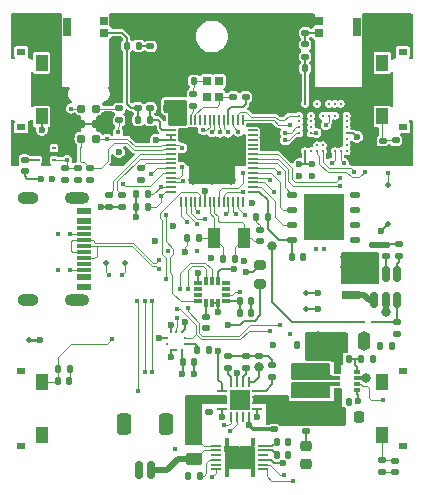
<source format=gtl>
%TF.GenerationSoftware,KiCad,Pcbnew,7.0.2-0*%
%TF.CreationDate,2023-07-19T09:36:40-04:00*%
%TF.ProjectId,ESPWatchS3,45535057-6174-4636-9853-332e6b696361,rev?*%
%TF.SameCoordinates,Original*%
%TF.FileFunction,Copper,L1,Top*%
%TF.FilePolarity,Positive*%
%FSLAX46Y46*%
G04 Gerber Fmt 4.6, Leading zero omitted, Abs format (unit mm)*
G04 Created by KiCad (PCBNEW 7.0.2-0) date 2023-07-19 09:36:40*
%MOMM*%
%LPD*%
G01*
G04 APERTURE LIST*
G04 Aperture macros list*
%AMRoundRect*
0 Rectangle with rounded corners*
0 $1 Rounding radius*
0 $2 $3 $4 $5 $6 $7 $8 $9 X,Y pos of 4 corners*
0 Add a 4 corners polygon primitive as box body*
4,1,4,$2,$3,$4,$5,$6,$7,$8,$9,$2,$3,0*
0 Add four circle primitives for the rounded corners*
1,1,$1+$1,$2,$3*
1,1,$1+$1,$4,$5*
1,1,$1+$1,$6,$7*
1,1,$1+$1,$8,$9*
0 Add four rect primitives between the rounded corners*
20,1,$1+$1,$2,$3,$4,$5,0*
20,1,$1+$1,$4,$5,$6,$7,0*
20,1,$1+$1,$6,$7,$8,$9,0*
20,1,$1+$1,$8,$9,$2,$3,0*%
G04 Aperture macros list end*
%TA.AperFunction,SMDPad,CuDef*%
%ADD10RoundRect,0.135000X-0.135000X-0.185000X0.135000X-0.185000X0.135000X0.185000X-0.135000X0.185000X0*%
%TD*%
%TA.AperFunction,SMDPad,CuDef*%
%ADD11RoundRect,0.140000X0.140000X0.170000X-0.140000X0.170000X-0.140000X-0.170000X0.140000X-0.170000X0*%
%TD*%
%TA.AperFunction,SMDPad,CuDef*%
%ADD12R,1.000000X1.800000*%
%TD*%
%TA.AperFunction,SMDPad,CuDef*%
%ADD13RoundRect,0.140000X0.170000X-0.140000X0.170000X0.140000X-0.170000X0.140000X-0.170000X-0.140000X0*%
%TD*%
%TA.AperFunction,SMDPad,CuDef*%
%ADD14R,1.150000X0.600000*%
%TD*%
%TA.AperFunction,SMDPad,CuDef*%
%ADD15R,1.150000X0.300000*%
%TD*%
%TA.AperFunction,ComponentPad*%
%ADD16O,2.100000X1.000000*%
%TD*%
%TA.AperFunction,ComponentPad*%
%ADD17O,1.800000X1.000000*%
%TD*%
%TA.AperFunction,SMDPad,CuDef*%
%ADD18RoundRect,0.135000X-0.185000X0.135000X-0.185000X-0.135000X0.185000X-0.135000X0.185000X0.135000X0*%
%TD*%
%TA.AperFunction,SMDPad,CuDef*%
%ADD19R,1.050000X1.450000*%
%TD*%
%TA.AperFunction,SMDPad,CuDef*%
%ADD20R,0.800000X0.600000*%
%TD*%
%TA.AperFunction,SMDPad,CuDef*%
%ADD21RoundRect,0.140000X-0.140000X-0.170000X0.140000X-0.170000X0.140000X0.170000X-0.140000X0.170000X0*%
%TD*%
%TA.AperFunction,SMDPad,CuDef*%
%ADD22C,0.270000*%
%TD*%
%TA.AperFunction,SMDPad,CuDef*%
%ADD23RoundRect,0.225000X-0.225000X-0.250000X0.225000X-0.250000X0.225000X0.250000X-0.225000X0.250000X0*%
%TD*%
%TA.AperFunction,ConnectorPad*%
%ADD24C,0.787400*%
%TD*%
%TA.AperFunction,SMDPad,CuDef*%
%ADD25R,0.800000X0.650000*%
%TD*%
%TA.AperFunction,SMDPad,CuDef*%
%ADD26R,0.800000X1.600000*%
%TD*%
%TA.AperFunction,SMDPad,CuDef*%
%ADD27RoundRect,0.200000X0.275000X-0.200000X0.275000X0.200000X-0.275000X0.200000X-0.275000X-0.200000X0*%
%TD*%
%TA.AperFunction,SMDPad,CuDef*%
%ADD28RoundRect,0.147500X0.147500X0.172500X-0.147500X0.172500X-0.147500X-0.172500X0.147500X-0.172500X0*%
%TD*%
%TA.AperFunction,SMDPad,CuDef*%
%ADD29C,0.500000*%
%TD*%
%TA.AperFunction,SMDPad,CuDef*%
%ADD30R,0.475000X0.300000*%
%TD*%
%TA.AperFunction,SMDPad,CuDef*%
%ADD31RoundRect,0.135000X0.185000X-0.135000X0.185000X0.135000X-0.185000X0.135000X-0.185000X-0.135000X0*%
%TD*%
%TA.AperFunction,SMDPad,CuDef*%
%ADD32RoundRect,0.135000X0.135000X0.185000X-0.135000X0.185000X-0.135000X-0.185000X0.135000X-0.185000X0*%
%TD*%
%TA.AperFunction,SMDPad,CuDef*%
%ADD33RoundRect,0.150000X-0.150000X0.512500X-0.150000X-0.512500X0.150000X-0.512500X0.150000X0.512500X0*%
%TD*%
%TA.AperFunction,SMDPad,CuDef*%
%ADD34RoundRect,0.062500X-0.325000X-0.062500X0.325000X-0.062500X0.325000X0.062500X-0.325000X0.062500X0*%
%TD*%
%TA.AperFunction,SMDPad,CuDef*%
%ADD35RoundRect,0.062500X-0.062500X-0.325000X0.062500X-0.325000X0.062500X0.325000X-0.062500X0.325000X0*%
%TD*%
%TA.AperFunction,SMDPad,CuDef*%
%ADD36R,1.800000X1.800000*%
%TD*%
%TA.AperFunction,SMDPad,CuDef*%
%ADD37R,0.350000X0.250000*%
%TD*%
%TA.AperFunction,SMDPad,CuDef*%
%ADD38RoundRect,0.140000X-0.170000X0.140000X-0.170000X-0.140000X0.170000X-0.140000X0.170000X0.140000X0*%
%TD*%
%TA.AperFunction,SMDPad,CuDef*%
%ADD39R,0.275000X0.250000*%
%TD*%
%TA.AperFunction,SMDPad,CuDef*%
%ADD40R,0.250000X0.275000*%
%TD*%
%TA.AperFunction,SMDPad,CuDef*%
%ADD41R,0.700000X0.750000*%
%TD*%
%TA.AperFunction,SMDPad,CuDef*%
%ADD42R,1.600000X0.650000*%
%TD*%
%TA.AperFunction,SMDPad,CuDef*%
%ADD43RoundRect,0.147500X-0.147500X-0.172500X0.147500X-0.172500X0.147500X0.172500X-0.147500X0.172500X0*%
%TD*%
%TA.AperFunction,SMDPad,CuDef*%
%ADD44R,2.300000X1.200000*%
%TD*%
%TA.AperFunction,SMDPad,CuDef*%
%ADD45RoundRect,0.250000X-0.250000X-0.475000X0.250000X-0.475000X0.250000X0.475000X-0.250000X0.475000X0*%
%TD*%
%TA.AperFunction,SMDPad,CuDef*%
%ADD46R,0.200000X0.200000*%
%TD*%
%TA.AperFunction,SMDPad,CuDef*%
%ADD47O,0.850000X0.200000*%
%TD*%
%TA.AperFunction,SMDPad,CuDef*%
%ADD48R,0.400000X0.575000*%
%TD*%
%TA.AperFunction,SMDPad,CuDef*%
%ADD49R,0.400000X0.675000*%
%TD*%
%TA.AperFunction,SMDPad,CuDef*%
%ADD50R,1.300000X0.975000*%
%TD*%
%TA.AperFunction,SMDPad,CuDef*%
%ADD51R,2.600000X1.950000*%
%TD*%
%TA.AperFunction,SMDPad,CuDef*%
%ADD52RoundRect,0.062500X-0.117500X-0.062500X0.117500X-0.062500X0.117500X0.062500X-0.117500X0.062500X0*%
%TD*%
%TA.AperFunction,SMDPad,CuDef*%
%ADD53RoundRect,0.031500X-0.263500X-0.143500X0.263500X-0.143500X0.263500X0.143500X-0.263500X0.143500X0*%
%TD*%
%TA.AperFunction,SMDPad,CuDef*%
%ADD54RoundRect,0.031500X0.143500X-0.263500X0.143500X0.263500X-0.143500X0.263500X-0.143500X-0.263500X0*%
%TD*%
%TA.AperFunction,SMDPad,CuDef*%
%ADD55RoundRect,0.031500X0.263500X0.143500X-0.263500X0.143500X-0.263500X-0.143500X0.263500X-0.143500X0*%
%TD*%
%TA.AperFunction,SMDPad,CuDef*%
%ADD56RoundRect,0.031500X-0.143500X0.263500X-0.143500X-0.263500X0.143500X-0.263500X0.143500X0.263500X0*%
%TD*%
%TA.AperFunction,SMDPad,CuDef*%
%ADD57RoundRect,0.250000X-0.450000X0.262500X-0.450000X-0.262500X0.450000X-0.262500X0.450000X0.262500X0*%
%TD*%
%TA.AperFunction,SMDPad,CuDef*%
%ADD58RoundRect,0.150000X0.150000X0.625000X-0.150000X0.625000X-0.150000X-0.625000X0.150000X-0.625000X0*%
%TD*%
%TA.AperFunction,SMDPad,CuDef*%
%ADD59RoundRect,0.250000X0.350000X0.650000X-0.350000X0.650000X-0.350000X-0.650000X0.350000X-0.650000X0*%
%TD*%
%TA.AperFunction,SMDPad,CuDef*%
%ADD60RoundRect,0.125000X0.262500X0.125000X-0.262500X0.125000X-0.262500X-0.125000X0.262500X-0.125000X0*%
%TD*%
%TA.AperFunction,SMDPad,CuDef*%
%ADD61R,3.400000X4.000000*%
%TD*%
%TA.AperFunction,SMDPad,CuDef*%
%ADD62RoundRect,0.218750X0.256250X-0.218750X0.256250X0.218750X-0.256250X0.218750X-0.256250X-0.218750X0*%
%TD*%
%TA.AperFunction,SMDPad,CuDef*%
%ADD63RoundRect,0.050000X-0.350000X-0.050000X0.350000X-0.050000X0.350000X0.050000X-0.350000X0.050000X0*%
%TD*%
%TA.AperFunction,SMDPad,CuDef*%
%ADD64RoundRect,0.050000X-0.050000X-0.350000X0.050000X-0.350000X0.050000X0.350000X-0.050000X0.350000X0*%
%TD*%
%TA.AperFunction,SMDPad,CuDef*%
%ADD65R,4.000000X4.000000*%
%TD*%
%TA.AperFunction,ViaPad*%
%ADD66C,0.450000*%
%TD*%
%TA.AperFunction,ViaPad*%
%ADD67C,0.600000*%
%TD*%
%TA.AperFunction,ViaPad*%
%ADD68C,0.800000*%
%TD*%
%TA.AperFunction,Conductor*%
%ADD69C,0.173500*%
%TD*%
%TA.AperFunction,Conductor*%
%ADD70C,0.200000*%
%TD*%
%TA.AperFunction,Conductor*%
%ADD71C,0.100000*%
%TD*%
%TA.AperFunction,Conductor*%
%ADD72C,0.300000*%
%TD*%
%TA.AperFunction,Conductor*%
%ADD73C,0.500000*%
%TD*%
%TA.AperFunction,Conductor*%
%ADD74C,0.250000*%
%TD*%
%TA.AperFunction,Conductor*%
%ADD75C,0.175000*%
%TD*%
G04 APERTURE END LIST*
D10*
X56640000Y-46850000D03*
X57660000Y-46850000D03*
D11*
X52130000Y-45600000D03*
X51170000Y-45600000D03*
D12*
X46700000Y-36600000D03*
X44200000Y-36600000D03*
D13*
X57600000Y-38080000D03*
X57600000Y-37120000D03*
D14*
X33180000Y-34300000D03*
X33180000Y-35100000D03*
D15*
X33180000Y-36250000D03*
X33180000Y-37250000D03*
X33180000Y-37750000D03*
X33180000Y-38750000D03*
D14*
X33180000Y-39900000D03*
X33180000Y-40700000D03*
X33180000Y-40700000D03*
X33180000Y-39900000D03*
D15*
X33180000Y-39250000D03*
X33180000Y-38250000D03*
X33180000Y-36750000D03*
X33180000Y-35750000D03*
D14*
X33180000Y-35100000D03*
X33180000Y-34300000D03*
D16*
X32605000Y-33180000D03*
D17*
X28425000Y-33180000D03*
D16*
X32605000Y-41820000D03*
D17*
X28425000Y-41820000D03*
D18*
X33700000Y-30640000D03*
X33700000Y-31660000D03*
D10*
X44940000Y-38350000D03*
X45960000Y-38350000D03*
D19*
X29575000Y-21725000D03*
X29575000Y-26275000D03*
D20*
X27850000Y-20800000D03*
X27850000Y-27200000D03*
D21*
X49470000Y-53800000D03*
X50430000Y-53800000D03*
D22*
X51400000Y-29200000D03*
X51400000Y-28700000D03*
X51400000Y-28200000D03*
X51400000Y-27700000D03*
X51400000Y-27200000D03*
X51400000Y-26700000D03*
X51400000Y-26200000D03*
X51400000Y-25700000D03*
X51400000Y-25200000D03*
X51900000Y-29200000D03*
X51900000Y-28700000D03*
X51900000Y-25700000D03*
X51900000Y-25200000D03*
X52400000Y-29200000D03*
X52400000Y-28200000D03*
X52400000Y-27700000D03*
X52400000Y-27200000D03*
X52400000Y-26700000D03*
X52400000Y-26200000D03*
X52400000Y-25200000D03*
X52900000Y-29200000D03*
X52900000Y-28700000D03*
X52900000Y-25200000D03*
X53400000Y-29200000D03*
X53400000Y-28700000D03*
X53400000Y-28200000D03*
X53400000Y-27700000D03*
X53400000Y-26200000D03*
X53400000Y-25200000D03*
X53900000Y-29200000D03*
X53900000Y-28200000D03*
X53900000Y-27700000D03*
X53900000Y-26200000D03*
X53900000Y-25200000D03*
X54400000Y-29200000D03*
X54400000Y-28200000D03*
X54400000Y-27700000D03*
X54400000Y-27200000D03*
X54400000Y-26700000D03*
X54400000Y-26200000D03*
X54400000Y-25200000D03*
X54900000Y-29200000D03*
X54900000Y-25700000D03*
X54900000Y-25200000D03*
X55400000Y-29200000D03*
X55400000Y-28700000D03*
X55400000Y-28200000D03*
X55400000Y-27700000D03*
X55400000Y-27200000D03*
X55400000Y-26700000D03*
X55400000Y-26200000D03*
X55400000Y-25700000D03*
X55400000Y-25200000D03*
D23*
X54875000Y-51750000D03*
X56425000Y-51750000D03*
D18*
X38000000Y-30640000D03*
X38000000Y-31660000D03*
D13*
X40300000Y-25330000D03*
X40300000Y-24370000D03*
D24*
X34220000Y-28140000D03*
X32950000Y-28140000D03*
X34220000Y-26870000D03*
X32950000Y-26870000D03*
X34220000Y-25600000D03*
X32950000Y-25600000D03*
D25*
X34900000Y-19175000D03*
X34900000Y-18225000D03*
D26*
X31700000Y-18700000D03*
D13*
X41350000Y-25330000D03*
X41350000Y-24370000D03*
D27*
X48100000Y-40475000D03*
X48100000Y-38825000D03*
D28*
X37785000Y-20300000D03*
X36815000Y-20300000D03*
D29*
X58950000Y-32050000D03*
D13*
X58450000Y-29280000D03*
X58450000Y-28320000D03*
D30*
X54612000Y-47900000D03*
X54612000Y-48400000D03*
X54612000Y-48900000D03*
X54612000Y-49400000D03*
X56288000Y-49400000D03*
X56288000Y-48900000D03*
X56288000Y-48400000D03*
X56288000Y-47900000D03*
D10*
X30940000Y-47650000D03*
X31960000Y-47650000D03*
D29*
X58950000Y-35350000D03*
D18*
X59650000Y-43640000D03*
X59650000Y-44660000D03*
D19*
X58425000Y-53275000D03*
X58425000Y-48725000D03*
D20*
X60150000Y-54200000D03*
X60150000Y-47800000D03*
D25*
X53100000Y-19175000D03*
X53100000Y-18225000D03*
D26*
X56300000Y-18700000D03*
D18*
X58400000Y-55390000D03*
X58400000Y-56410000D03*
D21*
X49470000Y-54900000D03*
X50430000Y-54900000D03*
D31*
X36150000Y-26610000D03*
X36150000Y-25590000D03*
D32*
X38610000Y-32850000D03*
X37590000Y-32850000D03*
D13*
X37700000Y-25530000D03*
X37700000Y-24570000D03*
D33*
X59650000Y-39575000D03*
X58700000Y-39575000D03*
X57750000Y-39575000D03*
X57750000Y-41850000D03*
X58700000Y-41850000D03*
X59650000Y-41850000D03*
D34*
X44862500Y-49500000D03*
X44862500Y-50000000D03*
X44862500Y-50500000D03*
X44862500Y-51000000D03*
D35*
X45600000Y-51737500D03*
X46100000Y-51737500D03*
X46600000Y-51737500D03*
X47100000Y-51737500D03*
D34*
X47837500Y-51000000D03*
X47837500Y-50500000D03*
X47837500Y-50000000D03*
X47837500Y-49500000D03*
D35*
X47100000Y-48762500D03*
X46600000Y-48762500D03*
X46100000Y-48762500D03*
X45600000Y-48762500D03*
D36*
X46350000Y-50250000D03*
D37*
X30630000Y-29950000D03*
X30630000Y-29450000D03*
X30630000Y-28950000D03*
X29270000Y-28950000D03*
X29270000Y-29950000D03*
D18*
X59550000Y-28290000D03*
X59550000Y-29310000D03*
D11*
X51880000Y-22200000D03*
X50920000Y-22200000D03*
D29*
X36600000Y-38700000D03*
D38*
X28150000Y-29970000D03*
X28150000Y-30930000D03*
D21*
X46370000Y-42950000D03*
X47330000Y-42950000D03*
D39*
X41762500Y-45500000D03*
X41762500Y-45000000D03*
D40*
X41500000Y-44487500D03*
X41000000Y-44487500D03*
X40500000Y-44487500D03*
D39*
X40237500Y-45000000D03*
X40237500Y-45500000D03*
D40*
X40500000Y-46012500D03*
X41000000Y-46012500D03*
X41500000Y-46012500D03*
D31*
X36350000Y-33910000D03*
X36350000Y-32890000D03*
D11*
X42880000Y-36600000D03*
X41920000Y-36600000D03*
D41*
X44600000Y-24625000D03*
X44600000Y-23275000D03*
X43600000Y-23275000D03*
X43600000Y-24625000D03*
D29*
X28550000Y-45200000D03*
D13*
X45800000Y-24630000D03*
X45800000Y-23670000D03*
X58700000Y-38080000D03*
X58700000Y-37120000D03*
D21*
X42770000Y-46050000D03*
X43730000Y-46050000D03*
D13*
X51900000Y-19180000D03*
X51900000Y-18220000D03*
D42*
X55750000Y-40050000D03*
X55750000Y-41400000D03*
D31*
X35300000Y-33910000D03*
X35300000Y-32890000D03*
D19*
X58425000Y-26275000D03*
X58425000Y-21725000D03*
D20*
X60150000Y-27200000D03*
X60150000Y-20800000D03*
D32*
X38610000Y-33900000D03*
X37590000Y-33900000D03*
D31*
X51950000Y-52910000D03*
X51950000Y-51890000D03*
D11*
X48730000Y-34750000D03*
X47770000Y-34750000D03*
D13*
X48050000Y-36830000D03*
X48050000Y-35870000D03*
D10*
X54590000Y-46850000D03*
X55610000Y-46850000D03*
D21*
X41520000Y-47050000D03*
X42480000Y-47050000D03*
D29*
X35050000Y-38700000D03*
D38*
X43750000Y-50370000D03*
X43750000Y-51330000D03*
D43*
X37765000Y-26550000D03*
X38735000Y-26550000D03*
D29*
X42200000Y-50350000D03*
D13*
X38800000Y-25530000D03*
X38800000Y-24570000D03*
D31*
X45350000Y-47560000D03*
X45350000Y-46540000D03*
D11*
X31930000Y-48700000D03*
X30970000Y-48700000D03*
D44*
X51900000Y-49500000D03*
X51900000Y-47800000D03*
D38*
X32650000Y-30670000D03*
X32650000Y-31630000D03*
D13*
X48000000Y-47530000D03*
X48000000Y-46570000D03*
D31*
X51900000Y-21200000D03*
X51900000Y-20180000D03*
D19*
X29575000Y-48725000D03*
X29575000Y-53275000D03*
D20*
X27850000Y-47800000D03*
X27850000Y-54200000D03*
D31*
X46850000Y-47560000D03*
X46850000Y-46540000D03*
D13*
X38800000Y-20330000D03*
X38800000Y-19370000D03*
D31*
X31600000Y-31660000D03*
X31600000Y-30640000D03*
X49100000Y-48360000D03*
X49100000Y-47340000D03*
D45*
X54950000Y-45300000D03*
X56850000Y-45300000D03*
D13*
X46850000Y-24630000D03*
X46850000Y-23670000D03*
D46*
X48650000Y-56150000D03*
D47*
X48325000Y-56150000D03*
D46*
X48650000Y-55750000D03*
D47*
X48325000Y-55750000D03*
D46*
X48650000Y-55350000D03*
D47*
X48325000Y-55350000D03*
D46*
X48650000Y-54950000D03*
D47*
X48325000Y-54950000D03*
D46*
X48650000Y-54550000D03*
D47*
X48325000Y-54550000D03*
D46*
X48650000Y-54150000D03*
D47*
X48325000Y-54150000D03*
X44375000Y-54150000D03*
D46*
X44050000Y-54150000D03*
D47*
X44375000Y-54550000D03*
D46*
X44050000Y-54550000D03*
D47*
X44375000Y-54950000D03*
D46*
X44050000Y-54950000D03*
D47*
X44375000Y-55350000D03*
D46*
X44050000Y-55350000D03*
D47*
X44375000Y-55750000D03*
D46*
X44050000Y-55750000D03*
D47*
X44375000Y-56150000D03*
D46*
X44050000Y-56150000D03*
D48*
X47450000Y-56515000D03*
D49*
X47450000Y-56462500D03*
X47450000Y-53837500D03*
D48*
X47450000Y-53785000D03*
D50*
X47000000Y-55637500D03*
X47000000Y-54662500D03*
D51*
X46350000Y-55150000D03*
D50*
X45700000Y-55637500D03*
X45700000Y-54662500D03*
D48*
X45250000Y-56515000D03*
D49*
X45250000Y-56462500D03*
X45250000Y-53837500D03*
D48*
X45250000Y-53785000D03*
D21*
X50790000Y-38150000D03*
X51750000Y-38150000D03*
X46370000Y-41900000D03*
X47330000Y-41900000D03*
X54620000Y-50450000D03*
X55580000Y-50450000D03*
D13*
X59500000Y-56380000D03*
X59500000Y-55420000D03*
D32*
X42960000Y-56700000D03*
X41940000Y-56700000D03*
D10*
X58240000Y-45750000D03*
X59260000Y-45750000D03*
D52*
X57620000Y-43650000D03*
X56780000Y-43650000D03*
D53*
X42850000Y-40400000D03*
X42850000Y-40900000D03*
X42850000Y-41400000D03*
X42850000Y-41900000D03*
D54*
X43515000Y-42065000D03*
X44015000Y-42065000D03*
X44515000Y-42065000D03*
D55*
X45180000Y-41900000D03*
X45180000Y-41400000D03*
X45180000Y-40900000D03*
X45180000Y-40400000D03*
D56*
X44515000Y-40235000D03*
X44015000Y-40235000D03*
X43515000Y-40235000D03*
D18*
X42400000Y-24340000D03*
X42400000Y-25360000D03*
D38*
X49250000Y-51800000D03*
X49250000Y-52760000D03*
D31*
X59850000Y-38110000D03*
X59850000Y-37090000D03*
D57*
X42450000Y-53487500D03*
X42450000Y-55312500D03*
D58*
X38850000Y-56200000D03*
X37850000Y-56200000D03*
D59*
X40150000Y-52325000D03*
X36550000Y-52325000D03*
D60*
X56112500Y-36705000D03*
X56112500Y-35435000D03*
X56112500Y-34165000D03*
X56112500Y-32895000D03*
X50787500Y-32895000D03*
X50787500Y-34165000D03*
X50787500Y-35435000D03*
X50787500Y-36705000D03*
D61*
X53450000Y-34800000D03*
D38*
X43500000Y-43220000D03*
X43500000Y-44180000D03*
D11*
X42480000Y-23250000D03*
X41520000Y-23250000D03*
D62*
X51950000Y-55737500D03*
X51950000Y-54162500D03*
D29*
X51950000Y-42550000D03*
D63*
X40550000Y-27450000D03*
X40550000Y-27850000D03*
X40550000Y-28250000D03*
X40550000Y-28650000D03*
X40550000Y-29050000D03*
X40550000Y-29450000D03*
X40550000Y-29850000D03*
X40550000Y-30250000D03*
X40550000Y-30650000D03*
X40550000Y-31050000D03*
X40550000Y-31450000D03*
X40550000Y-31850000D03*
X40550000Y-32250000D03*
X40550000Y-32650000D03*
D64*
X41400000Y-33500000D03*
X41800000Y-33500000D03*
X42200000Y-33500000D03*
X42600000Y-33500000D03*
X43000000Y-33500000D03*
X43400000Y-33500000D03*
X43800000Y-33500000D03*
X44200000Y-33500000D03*
X44600000Y-33500000D03*
X45000000Y-33500000D03*
X45400000Y-33500000D03*
X45800000Y-33500000D03*
X46200000Y-33500000D03*
X46600000Y-33500000D03*
D63*
X47450000Y-32650000D03*
X47450000Y-32250000D03*
X47450000Y-31850000D03*
X47450000Y-31450000D03*
X47450000Y-31050000D03*
X47450000Y-30650000D03*
X47450000Y-30250000D03*
X47450000Y-29850000D03*
X47450000Y-29450000D03*
X47450000Y-29050000D03*
X47450000Y-28650000D03*
X47450000Y-28250000D03*
X47450000Y-27850000D03*
X47450000Y-27450000D03*
D64*
X46600000Y-26600000D03*
X46200000Y-26600000D03*
X45800000Y-26600000D03*
X45400000Y-26600000D03*
X45000000Y-26600000D03*
X44600000Y-26600000D03*
X44200000Y-26600000D03*
X43800000Y-26600000D03*
X43400000Y-26600000D03*
X43000000Y-26600000D03*
X42600000Y-26600000D03*
X42200000Y-26600000D03*
X41800000Y-26600000D03*
X41400000Y-26600000D03*
D65*
X44000000Y-30050000D03*
D29*
X51950000Y-41250000D03*
D66*
X41950000Y-56700000D03*
X36700000Y-18700000D03*
D67*
X45300000Y-54450000D03*
X40300000Y-24370000D03*
D68*
X30200000Y-17900000D03*
D66*
X39550000Y-19550000D03*
D67*
X28350000Y-28950000D03*
D66*
X35600000Y-23350000D03*
X31000000Y-19500000D03*
X38500000Y-21100000D03*
X57200000Y-23000000D03*
D67*
X47350000Y-54450000D03*
D68*
X46950000Y-17900000D03*
D66*
X35600000Y-20600000D03*
X35600000Y-22800000D03*
D67*
X57230000Y-28000000D03*
D66*
X37400000Y-22750000D03*
D68*
X58700000Y-42850000D03*
D66*
X30940000Y-39250000D03*
X59550000Y-29310000D03*
X36200000Y-22750000D03*
X39100000Y-18650000D03*
X31000000Y-18400000D03*
D67*
X32000000Y-26870000D03*
D68*
X48350000Y-21200000D03*
X49600000Y-19200000D03*
D66*
X51100000Y-20300000D03*
X36900000Y-26450000D03*
D67*
X43750000Y-46050000D03*
D66*
X38500000Y-23800000D03*
X51100000Y-19750000D03*
X35600000Y-21150000D03*
D67*
X59650000Y-44660000D03*
D68*
X44000000Y-30050000D03*
X45600000Y-30050000D03*
D66*
X35600000Y-20050000D03*
X39550000Y-20650000D03*
D67*
X46900000Y-39450000D03*
X46950000Y-49650000D03*
X47300000Y-42950000D03*
X47350000Y-55850000D03*
D66*
X53000000Y-24250000D03*
D68*
X49900000Y-23850000D03*
D66*
X38050000Y-27350000D03*
X53550000Y-24250000D03*
D68*
X42000000Y-22000000D03*
X42400000Y-30050000D03*
X49250000Y-20400000D03*
X48800000Y-17900000D03*
D66*
X39550000Y-19000000D03*
X36150000Y-18600000D03*
D67*
X58700000Y-37120000D03*
D66*
X32850000Y-40700000D03*
D68*
X47550000Y-22650000D03*
D66*
X51100000Y-18650000D03*
D67*
X41680239Y-43707351D03*
D66*
X56900000Y-24050000D03*
D68*
X56850000Y-45750000D03*
D66*
X57200000Y-20250000D03*
X55200000Y-24250000D03*
X38500000Y-18650000D03*
D68*
X49750000Y-17900000D03*
D66*
X36200000Y-23300000D03*
D68*
X39250000Y-22300000D03*
D66*
X51300000Y-24100000D03*
D68*
X58700000Y-17950000D03*
D66*
X54100000Y-24250000D03*
D67*
X45750000Y-50850000D03*
X44862500Y-51700000D03*
X50430000Y-53800000D03*
D66*
X31000000Y-20050000D03*
X31000000Y-17850000D03*
D68*
X44200000Y-22050000D03*
D67*
X52950000Y-41250000D03*
X54850000Y-36500000D03*
X46350000Y-55150000D03*
D68*
X44000000Y-31650000D03*
D66*
X37950000Y-19550000D03*
X37400000Y-23800000D03*
D67*
X41350000Y-24370000D03*
D66*
X57200000Y-21350000D03*
D68*
X42400000Y-28450000D03*
X41050000Y-17900000D03*
X49250000Y-22300000D03*
D66*
X57200000Y-22450000D03*
D67*
X46950000Y-50850000D03*
D66*
X55750000Y-24250000D03*
D67*
X36115000Y-30230000D03*
X37850000Y-55750000D03*
D66*
X51100000Y-20850000D03*
D67*
X41750000Y-37779965D03*
D68*
X56850000Y-44850000D03*
D67*
X44500000Y-42850000D03*
D66*
X56300000Y-24250000D03*
D67*
X57650000Y-46850000D03*
D68*
X40050000Y-23250000D03*
D67*
X45750000Y-49650000D03*
D68*
X40300000Y-21600000D03*
D66*
X31930000Y-48700000D03*
D68*
X38250000Y-17900000D03*
D67*
X52450000Y-31280000D03*
D68*
X50700000Y-17900000D03*
X42400000Y-31650000D03*
X45600000Y-31650000D03*
X29250000Y-17900000D03*
D66*
X57200000Y-19150000D03*
D67*
X47750000Y-34750000D03*
D66*
X50300000Y-22100000D03*
D68*
X45550000Y-22000000D03*
X40100000Y-17900000D03*
X46450000Y-22550000D03*
D66*
X38050000Y-19000000D03*
X50750000Y-23050000D03*
D68*
X59650000Y-17950000D03*
D66*
X57200000Y-18600000D03*
D68*
X41100000Y-20800000D03*
D67*
X52050000Y-33100000D03*
D66*
X39500000Y-25950000D03*
D67*
X42500000Y-48050000D03*
X43500000Y-44150000D03*
D68*
X28300000Y-17900000D03*
D66*
X31000000Y-20600000D03*
X32650000Y-31630000D03*
X37400000Y-21100000D03*
D68*
X39200000Y-17900000D03*
D67*
X40500000Y-46650500D03*
D66*
X37400000Y-23300000D03*
D68*
X48850000Y-23650000D03*
X27400000Y-17900000D03*
D66*
X31000000Y-23350000D03*
D68*
X47350000Y-19300000D03*
D66*
X39050000Y-23800000D03*
X50550000Y-21550000D03*
X31000000Y-18950000D03*
X37950000Y-23800000D03*
D67*
X46100000Y-48000000D03*
D66*
X36200000Y-21650000D03*
X35600000Y-17850000D03*
D67*
X39150000Y-36800000D03*
X51200000Y-45600000D03*
D66*
X31000000Y-21150000D03*
X51300000Y-24650000D03*
D67*
X47107482Y-52405772D03*
X50430000Y-54900000D03*
X45350000Y-55850000D03*
D66*
X37350000Y-19600000D03*
D68*
X48500000Y-25550000D03*
D66*
X35600000Y-22250000D03*
D68*
X44000000Y-28450000D03*
D66*
X37000000Y-27000000D03*
D68*
X56425000Y-51750000D03*
D67*
X46850000Y-23670000D03*
X37600000Y-34750000D03*
D68*
X57015082Y-48404006D03*
X36400000Y-17900000D03*
D66*
X41520000Y-23250000D03*
X31000000Y-22800000D03*
D67*
X56100000Y-32900000D03*
X47400000Y-33600000D03*
X43750000Y-51330000D03*
D66*
X30950000Y-36250000D03*
D67*
X51400000Y-31280000D03*
D66*
X51300000Y-23000000D03*
X36200000Y-21100000D03*
D68*
X47850000Y-17900000D03*
X49650000Y-25000000D03*
X60600000Y-17950000D03*
D66*
X59260000Y-45750000D03*
D68*
X48100000Y-20000000D03*
D67*
X43900000Y-38250000D03*
D66*
X31000000Y-21700000D03*
X38600000Y-27350000D03*
X45800000Y-23670000D03*
X33500000Y-34300000D03*
X54650000Y-24250000D03*
X51100000Y-19200000D03*
X31000000Y-22250000D03*
D67*
X54850000Y-33100000D03*
D66*
X50350000Y-22650000D03*
X33500000Y-40700000D03*
D67*
X48000000Y-46550000D03*
X40500000Y-43899500D03*
D66*
X37950000Y-21100000D03*
D68*
X46750000Y-21150000D03*
D67*
X29520000Y-31575000D03*
D66*
X51100000Y-21400000D03*
X57200000Y-23550000D03*
D68*
X37300000Y-17900000D03*
X40500000Y-19500000D03*
D67*
X52050000Y-36500000D03*
D66*
X30530000Y-22600000D03*
D67*
X37850000Y-56650000D03*
X49981364Y-55592902D03*
D68*
X45600000Y-28450000D03*
D67*
X51750000Y-38150000D03*
D66*
X35600000Y-18400000D03*
X57200000Y-19700000D03*
X51300000Y-23550000D03*
X37400000Y-21650000D03*
X39050000Y-21100000D03*
D67*
X46750000Y-38500000D03*
D66*
X39550000Y-20100000D03*
X37100000Y-19100000D03*
X37450000Y-27350000D03*
X39500000Y-24450000D03*
X36200000Y-22200000D03*
X57200000Y-20800000D03*
X59500000Y-56400000D03*
X57200000Y-18050000D03*
D67*
X55580000Y-50450000D03*
D66*
X35600000Y-21700000D03*
D68*
X38050000Y-21850000D03*
D66*
X32850000Y-34300000D03*
X39500000Y-25150000D03*
X37400000Y-22200000D03*
D68*
X48150000Y-24500000D03*
D66*
X36200000Y-23850000D03*
X57200000Y-21900000D03*
X36200000Y-24400000D03*
D67*
X38850000Y-56200000D03*
X49470000Y-53800000D03*
X49150000Y-45650000D03*
X46400000Y-42950000D03*
X36115000Y-29270000D03*
D66*
X31600000Y-31660000D03*
D68*
X53800000Y-44950000D03*
D67*
X41500000Y-48050000D03*
D66*
X40900000Y-54450000D03*
D68*
X53800000Y-45750000D03*
D67*
X42750000Y-46050000D03*
X39500000Y-45000000D03*
D66*
X33700000Y-31660000D03*
D68*
X53000000Y-45750000D03*
D67*
X52950000Y-42550000D03*
X34650000Y-33910000D03*
X58449500Y-48725000D03*
X52450000Y-30320000D03*
D68*
X53000000Y-44900000D03*
D67*
X43420000Y-32550000D03*
X46850000Y-24630000D03*
X56270000Y-28000000D03*
X40730000Y-35550000D03*
X40700000Y-26750000D03*
D68*
X53800000Y-46550000D03*
D67*
X40700000Y-26050000D03*
X45838428Y-39212947D03*
X28150000Y-29970000D03*
X29575000Y-53275000D03*
X58450000Y-21700000D03*
X30500000Y-31575000D03*
D66*
X38000000Y-31660000D03*
D68*
X56300000Y-39050000D03*
D67*
X51400000Y-30320000D03*
X43500000Y-43220000D03*
D68*
X55300000Y-38150000D03*
D67*
X42850000Y-39500000D03*
D68*
X53000000Y-46550000D03*
X56250000Y-38150000D03*
X55300000Y-39050000D03*
D67*
X29450000Y-45200000D03*
X29600000Y-27400000D03*
X50750000Y-50650000D03*
X54875000Y-51750000D03*
X33150000Y-39900000D03*
X33150000Y-35100000D03*
D68*
X48000000Y-47500000D03*
D67*
X58700000Y-38080000D03*
X58350000Y-36000000D03*
X39250000Y-28250000D03*
D66*
X35100000Y-28140000D03*
X31750000Y-29950000D03*
X41500000Y-28950000D03*
X29575000Y-21725000D03*
X59550000Y-28290000D03*
X41450000Y-30550000D03*
X37750000Y-49500000D03*
X41575498Y-31758969D03*
X37650000Y-41900000D03*
X58400000Y-55390000D03*
X35500000Y-45100000D03*
X36474500Y-32000000D03*
D67*
X47850000Y-51700000D03*
X51950000Y-55737500D03*
D66*
X54850000Y-32150000D03*
X50650000Y-44650000D03*
D68*
X49100000Y-37200000D03*
D66*
X31960000Y-36250000D03*
X39522249Y-39199503D03*
X46000000Y-34550000D03*
X39500000Y-38400000D03*
X45174500Y-34550000D03*
X31960000Y-39250000D03*
X43400000Y-34925000D03*
X42750000Y-35400000D03*
X42750000Y-37700000D03*
X46250000Y-27550000D03*
X41889477Y-35210523D03*
X44650000Y-27625498D03*
X40250000Y-37700000D03*
X32050000Y-25600000D03*
X43253875Y-27414662D03*
D67*
X56400000Y-50400000D03*
D66*
X39650000Y-32250000D03*
X45489477Y-52889477D03*
X38300000Y-47874500D03*
X38300000Y-41900000D03*
X45000000Y-52414477D03*
X39650000Y-33000000D03*
X38948187Y-47915822D03*
X38949503Y-41900000D03*
X58450000Y-50300000D03*
X54850000Y-31500497D03*
X58250000Y-45750000D03*
X45350000Y-27625498D03*
X59850000Y-38110000D03*
X46800000Y-34650000D03*
X44000000Y-56800000D03*
X41950000Y-42450000D03*
X53523771Y-37472775D03*
X35300000Y-32890000D03*
X49796045Y-43925000D03*
X41950000Y-40900000D03*
X50900000Y-57100000D03*
X41050000Y-43350000D03*
X35300000Y-39700000D03*
X56950000Y-30972366D03*
X41039477Y-42550000D03*
X36350000Y-39700000D03*
X48950000Y-44400000D03*
X36350000Y-32890000D03*
X56036564Y-30963436D03*
X52850000Y-37475500D03*
X41300497Y-40900000D03*
X50076207Y-56625500D03*
X44000000Y-27625498D03*
X36050000Y-27550000D03*
D67*
X45400000Y-43950000D03*
X44550000Y-46100000D03*
D66*
X52840497Y-27700000D03*
X58950000Y-31050000D03*
X38850000Y-31150000D03*
X42850000Y-34400000D03*
X40078920Y-34650000D03*
X46350000Y-41150000D03*
X40150000Y-40050000D03*
X46625500Y-31050000D03*
X55150000Y-30200000D03*
X54150000Y-30175500D03*
X46600000Y-32650000D03*
X49275500Y-32704455D03*
X56100000Y-34150000D03*
X56112500Y-36705000D03*
X48902208Y-31660116D03*
X49667445Y-31082555D03*
X56100000Y-35450000D03*
X50650000Y-26992206D03*
X53650000Y-26992206D03*
X50200000Y-28299503D03*
X50200000Y-27650000D03*
D69*
X36800000Y-19600000D02*
X36375000Y-19175000D01*
X37700000Y-25530000D02*
X37130000Y-25530000D01*
X37700000Y-25985000D02*
X37765000Y-26050000D01*
X36375000Y-19175000D02*
X34900000Y-19175000D01*
X36800000Y-25200000D02*
X36800000Y-19600000D01*
X37130000Y-25530000D02*
X36800000Y-25200000D01*
X37765000Y-26050000D02*
X37765000Y-26550000D01*
X37700000Y-25530000D02*
X37700000Y-25985000D01*
D70*
X46900000Y-39450000D02*
X47475000Y-39450000D01*
X42480000Y-47050000D02*
X42480000Y-48030000D01*
X58730000Y-37090000D02*
X58700000Y-37120000D01*
X49100000Y-47340000D02*
X49100000Y-46900000D01*
X48780000Y-46570000D02*
X48000000Y-46570000D01*
X43500000Y-44180000D02*
X43500000Y-44150000D01*
D71*
X48050000Y-35870000D02*
X48050000Y-35450000D01*
D70*
X40500000Y-44487500D02*
X40500000Y-43899500D01*
D71*
X59500000Y-56400000D02*
X58430000Y-56380000D01*
D72*
X49250000Y-52760000D02*
X47461710Y-52760000D01*
D70*
X46100000Y-48000000D02*
X46100000Y-48762500D01*
X42480000Y-48030000D02*
X42500000Y-48050000D01*
X30150000Y-29450000D02*
X30630000Y-29450000D01*
X49981364Y-55592902D02*
X49230648Y-55592902D01*
D71*
X31960000Y-47650000D02*
X31960000Y-48670000D01*
X59520000Y-29280000D02*
X59550000Y-29310000D01*
D70*
X47330000Y-41900000D02*
X47330000Y-42950000D01*
X28375000Y-31575000D02*
X28150000Y-31350000D01*
D71*
X59500000Y-56380000D02*
X59500000Y-56400000D01*
X41750000Y-37325000D02*
X41920000Y-37155000D01*
D70*
X28350000Y-28950000D02*
X29270000Y-28950000D01*
D72*
X57011076Y-48400000D02*
X57015082Y-48404006D01*
D70*
X47475000Y-39450000D02*
X48100000Y-38825000D01*
X41680239Y-44307261D02*
X41680239Y-43707351D01*
D71*
X41920000Y-37155000D02*
X41920000Y-36600000D01*
D70*
X48780000Y-46580000D02*
X48780000Y-46570000D01*
X37590000Y-34740000D02*
X37600000Y-34750000D01*
X29650000Y-28950000D02*
X30150000Y-29450000D01*
X47100000Y-52398290D02*
X47107482Y-52405772D01*
D71*
X31960000Y-48670000D02*
X31930000Y-48700000D01*
D70*
X34220000Y-26870000D02*
X32000000Y-26870000D01*
X48987746Y-55350000D02*
X48325000Y-55350000D01*
D73*
X58700000Y-37120000D02*
X57600000Y-37120000D01*
D70*
X29270000Y-28950000D02*
X29650000Y-28950000D01*
D71*
X58450000Y-29280000D02*
X59520000Y-29280000D01*
D70*
X44862500Y-51700000D02*
X44862500Y-51000000D01*
X45380000Y-46570000D02*
X45350000Y-46540000D01*
X40500000Y-46012500D02*
X40500000Y-46650500D01*
X28150000Y-31350000D02*
X28150000Y-30930000D01*
X48000000Y-46570000D02*
X45380000Y-46570000D01*
D71*
X48050000Y-35450000D02*
X47770000Y-35170000D01*
D70*
X49100000Y-46900000D02*
X48780000Y-46580000D01*
D71*
X41750000Y-37779965D02*
X41750000Y-37325000D01*
D73*
X58700000Y-41850000D02*
X58700000Y-42850000D01*
D70*
X37590000Y-32850000D02*
X37590000Y-34740000D01*
D72*
X56288000Y-48400000D02*
X57011076Y-48400000D01*
D71*
X58430000Y-56380000D02*
X58400000Y-56410000D01*
D70*
X29520000Y-31575000D02*
X28375000Y-31575000D01*
X51950000Y-41250000D02*
X52950000Y-41250000D01*
X44015000Y-42065000D02*
X44515000Y-42065000D01*
X41500000Y-44487500D02*
X41680239Y-44307261D01*
D72*
X47461710Y-52760000D02*
X47107482Y-52405772D01*
D70*
X44515000Y-42835000D02*
X44500000Y-42850000D01*
X49230648Y-55592902D02*
X48987746Y-55350000D01*
X44515000Y-42065000D02*
X44515000Y-42835000D01*
X47100000Y-51737500D02*
X47100000Y-52398290D01*
X59850000Y-37090000D02*
X58730000Y-37090000D01*
D71*
X47770000Y-35170000D02*
X47770000Y-34750000D01*
D70*
X41000000Y-46012500D02*
X40500000Y-46012500D01*
D73*
X40200000Y-56200000D02*
X41087500Y-55312500D01*
X38850000Y-56200000D02*
X40200000Y-56200000D01*
X41087500Y-55312500D02*
X42450000Y-55312500D01*
D70*
X49120000Y-54150000D02*
X49470000Y-53800000D01*
D71*
X43300000Y-54550000D02*
X44050000Y-54550000D01*
X42537500Y-55312500D02*
X43300000Y-54550000D01*
X42450000Y-55312500D02*
X42537500Y-55312500D01*
D70*
X48325000Y-54150000D02*
X49120000Y-54150000D01*
X42770000Y-45670000D02*
X42600000Y-45500000D01*
X43500000Y-42080000D02*
X43515000Y-42065000D01*
X36350000Y-33910000D02*
X34650000Y-33910000D01*
X46850000Y-24630000D02*
X46850000Y-25250000D01*
X51950000Y-42550000D02*
X52950000Y-42550000D01*
X28170000Y-29950000D02*
X28150000Y-29970000D01*
X45600000Y-25500000D02*
X45400000Y-25700000D01*
X42750000Y-46050000D02*
X42770000Y-45670000D01*
X40237500Y-45000000D02*
X39500000Y-45000000D01*
X44515000Y-40235000D02*
X44515000Y-39485000D01*
X45400000Y-25700000D02*
X45400000Y-26600000D01*
X51900000Y-29200000D02*
X51900000Y-30320000D01*
X41520000Y-48030000D02*
X41500000Y-48050000D01*
X44515000Y-39485000D02*
X44787053Y-39212947D01*
X45180000Y-41900000D02*
X46370000Y-41900000D01*
X46850000Y-25250000D02*
X46600000Y-25500000D01*
X42600000Y-45500000D02*
X41762500Y-45500000D01*
X43500000Y-43220000D02*
X43500000Y-42080000D01*
X56270000Y-28000000D02*
X55970000Y-27700000D01*
X55970000Y-27700000D02*
X55400000Y-27700000D01*
X44787053Y-39212947D02*
X45838428Y-39212947D01*
X29270000Y-29950000D02*
X28170000Y-29950000D01*
X46600000Y-25500000D02*
X45600000Y-25500000D01*
X43400000Y-32570000D02*
X43420000Y-32550000D01*
X51900000Y-30320000D02*
X52450000Y-30320000D01*
X41520000Y-47050000D02*
X41520000Y-48030000D01*
X51400000Y-30320000D02*
X51900000Y-30320000D01*
X43400000Y-33500000D02*
X43400000Y-32570000D01*
X42770000Y-46050000D02*
X42750000Y-46050000D01*
X46400000Y-41930000D02*
X46370000Y-41900000D01*
X41520000Y-47050000D02*
X41500000Y-47030000D01*
X46400000Y-42950000D02*
X46400000Y-41930000D01*
X42850000Y-40400000D02*
X42850000Y-39500000D01*
X41500000Y-47030000D02*
X41500000Y-46012500D01*
D74*
X28550000Y-45200000D02*
X29450000Y-45200000D01*
D70*
X29525000Y-26275000D02*
X29600000Y-26350000D01*
X29600000Y-26350000D02*
X29600000Y-27400000D01*
D71*
X43300000Y-54150000D02*
X44375000Y-54150000D01*
X42637500Y-53487500D02*
X43300000Y-54150000D01*
X42450000Y-53487500D02*
X42637500Y-53487500D01*
D70*
X48730000Y-35780000D02*
X49655000Y-36705000D01*
X50790000Y-36707500D02*
X50787500Y-36705000D01*
X48730000Y-34350000D02*
X48730000Y-35780000D01*
X48730000Y-33380000D02*
X48730000Y-34350000D01*
X48730000Y-34350000D02*
X48730000Y-34750000D01*
X49655000Y-36705000D02*
X50787500Y-36705000D01*
X47450000Y-32650000D02*
X48000000Y-32650000D01*
X48000000Y-32650000D02*
X48730000Y-33380000D01*
X50790000Y-38150000D02*
X50790000Y-36707500D01*
X48325000Y-54550000D02*
X49120000Y-54550000D01*
X49120000Y-54550000D02*
X49470000Y-54900000D01*
X47100000Y-48762500D02*
X47537500Y-48762500D01*
X47537500Y-48762500D02*
X48000000Y-48300000D01*
X48000000Y-48300000D02*
X48000000Y-47500000D01*
X48000000Y-47500000D02*
X48000000Y-47530000D01*
X58350000Y-36000000D02*
X58950000Y-35400000D01*
X58950000Y-35400000D02*
X58950000Y-35350000D01*
X58700000Y-39575000D02*
X58700000Y-38080000D01*
X40550000Y-28250000D02*
X39250000Y-28250000D01*
X40550000Y-28250000D02*
X40550000Y-27850000D01*
D71*
X34220000Y-28140000D02*
X35100000Y-28140000D01*
X37500000Y-28800000D02*
X39650000Y-28800000D01*
X32650000Y-30670000D02*
X31630000Y-30670000D01*
X35100000Y-28140000D02*
X36840000Y-28140000D01*
X41500000Y-28950000D02*
X41200000Y-28650000D01*
X31750000Y-29950000D02*
X30630000Y-29950000D01*
X31750000Y-29950000D02*
X31750000Y-30490000D01*
X41200000Y-28650000D02*
X40550000Y-28650000D01*
X36840000Y-28140000D02*
X37500000Y-28800000D01*
X31750000Y-30490000D02*
X31600000Y-30640000D01*
X39800000Y-28650000D02*
X40550000Y-28650000D01*
X31630000Y-30670000D02*
X31600000Y-30640000D01*
X39650000Y-28800000D02*
X39800000Y-28650000D01*
X41450000Y-30550000D02*
X41450000Y-31200000D01*
X58450000Y-28320000D02*
X58480000Y-28290000D01*
X41200000Y-31450000D02*
X40550000Y-31450000D01*
X58450000Y-28320000D02*
X58425000Y-28295000D01*
X41450000Y-31200000D02*
X41200000Y-31450000D01*
X58480000Y-28290000D02*
X59550000Y-28290000D01*
X58425000Y-28295000D02*
X58425000Y-26275000D01*
X41484467Y-31850000D02*
X40550000Y-31850000D01*
X37750000Y-42000000D02*
X37650000Y-41900000D01*
X58400000Y-55390000D02*
X58425000Y-55365000D01*
X58400000Y-55390000D02*
X59470000Y-55390000D01*
X58425000Y-55365000D02*
X58425000Y-53275000D01*
X37750000Y-49500000D02*
X37750000Y-42000000D01*
X41575498Y-31758969D02*
X41484467Y-31850000D01*
X59470000Y-55390000D02*
X59500000Y-55420000D01*
X35100000Y-45500000D02*
X32050000Y-45500000D01*
X39900000Y-31050000D02*
X40550000Y-31050000D01*
X30945000Y-48725000D02*
X30970000Y-48700000D01*
X36654500Y-32180000D02*
X38770000Y-32180000D01*
X30970000Y-47680000D02*
X30940000Y-47650000D01*
X38770000Y-32180000D02*
X39900000Y-31050000D01*
X29575000Y-48725000D02*
X30945000Y-48725000D01*
X30970000Y-48700000D02*
X30970000Y-47680000D01*
X35500000Y-45100000D02*
X35100000Y-45500000D01*
X30940000Y-46610000D02*
X30940000Y-47650000D01*
X32050000Y-45500000D02*
X30940000Y-46610000D01*
X36474500Y-32000000D02*
X36654500Y-32180000D01*
X42400000Y-23850000D02*
X42500000Y-23750000D01*
X42500000Y-23270000D02*
X42480000Y-23250000D01*
X42500000Y-23750000D02*
X42500000Y-23270000D01*
X42400000Y-23850000D02*
X42400000Y-24340000D01*
X43600000Y-23275000D02*
X42505000Y-23275000D01*
X42505000Y-23275000D02*
X42480000Y-23250000D01*
X44600000Y-25250000D02*
X44600000Y-24625000D01*
X44400000Y-25450000D02*
X44600000Y-25250000D01*
X44600000Y-24625000D02*
X45795000Y-24625000D01*
X45795000Y-24625000D02*
X45800000Y-24630000D01*
X42600000Y-26600000D02*
X42600000Y-26074264D01*
X42600000Y-26074264D02*
X43224264Y-25450000D01*
X43224264Y-25450000D02*
X44400000Y-25450000D01*
X44950000Y-37350000D02*
X44950000Y-38340000D01*
X43800000Y-34462132D02*
X44200000Y-34862132D01*
X42880000Y-36600000D02*
X44200000Y-36600000D01*
X44950000Y-38340000D02*
X44940000Y-38350000D01*
X44200000Y-34862132D02*
X44200000Y-36600000D01*
X44200000Y-36600000D02*
X44950000Y-37350000D01*
X43800000Y-33500000D02*
X43800000Y-34462132D01*
X44500000Y-35100000D02*
X44650000Y-35250000D01*
X47350000Y-36600000D02*
X47580000Y-36830000D01*
X46700000Y-35400000D02*
X46700000Y-36600000D01*
X45960000Y-37340000D02*
X45960000Y-38350000D01*
X44650000Y-35250000D02*
X46550000Y-35250000D01*
X46550000Y-35250000D02*
X46700000Y-35400000D01*
X44200000Y-34437868D02*
X44500000Y-34737868D01*
X47580000Y-36830000D02*
X48050000Y-36830000D01*
X46700000Y-36600000D02*
X45960000Y-37340000D01*
X46700000Y-36600000D02*
X47350000Y-36600000D01*
X44500000Y-34737868D02*
X44500000Y-35100000D01*
X44200000Y-33500000D02*
X44200000Y-34437868D01*
D69*
X38800000Y-25530000D02*
X38800000Y-26000000D01*
X39600000Y-26750000D02*
X39400000Y-26550000D01*
X39600000Y-27250000D02*
X39600000Y-26750000D01*
X38750000Y-26050000D02*
X38750000Y-26535000D01*
X39400000Y-26550000D02*
X38735000Y-26550000D01*
X40550000Y-27450000D02*
X39800000Y-27450000D01*
X38800000Y-26000000D02*
X38750000Y-26050000D01*
X39800000Y-27450000D02*
X39600000Y-27250000D01*
X37815000Y-20330000D02*
X38800000Y-20330000D01*
X37785000Y-20300000D02*
X37815000Y-20330000D01*
D75*
X51900000Y-25200000D02*
X51900000Y-21200000D01*
D70*
X47850000Y-51700000D02*
X47837500Y-51687500D01*
X47837500Y-51687500D02*
X47837500Y-51000000D01*
X51950000Y-52910000D02*
X51950000Y-54162500D01*
D71*
X50450000Y-30725736D02*
X49574264Y-29850000D01*
X50900000Y-32150000D02*
X50450000Y-31700000D01*
X50450000Y-31700000D02*
X50450000Y-30725736D01*
X54850000Y-32150000D02*
X50900000Y-32150000D01*
X49574264Y-29850000D02*
X47450000Y-29850000D01*
D70*
X59650000Y-43640000D02*
X59650000Y-41850000D01*
X57630000Y-43640000D02*
X57620000Y-43650000D01*
X59650000Y-43640000D02*
X57630000Y-43640000D01*
X56780000Y-43650000D02*
X50800000Y-43650000D01*
X49100000Y-41950000D02*
X49100000Y-37200000D01*
X50800000Y-43650000D02*
X49100000Y-41950000D01*
D71*
X33180000Y-36250000D02*
X31960000Y-36250000D01*
X45800000Y-34350000D02*
X45800000Y-33500000D01*
X37225736Y-37250000D02*
X34250000Y-37250000D01*
X33180000Y-38250000D02*
X34050000Y-38250000D01*
X34050000Y-38250000D02*
X34250000Y-38050000D01*
X38925736Y-38950000D02*
X37225736Y-37250000D01*
X39272746Y-38950000D02*
X38925736Y-38950000D01*
X39522249Y-39199503D02*
X39272746Y-38950000D01*
X34250000Y-37250000D02*
X33180000Y-37250000D01*
X34250000Y-38050000D02*
X34250000Y-37250000D01*
X46000000Y-34550000D02*
X45800000Y-34350000D01*
X45400000Y-34324500D02*
X45400000Y-33500000D01*
X39050000Y-38650000D02*
X37350000Y-36950000D01*
X39250000Y-38650000D02*
X39050000Y-38650000D01*
X37350000Y-36950000D02*
X34127500Y-36950000D01*
X45174500Y-34550000D02*
X45400000Y-34324500D01*
X32100000Y-36850000D02*
X32100000Y-37650000D01*
X32200000Y-37750000D02*
X33180000Y-37750000D01*
X33180000Y-36750000D02*
X32200000Y-36750000D01*
X39500000Y-38400000D02*
X39250000Y-38650000D01*
X34127500Y-36950000D02*
X33927500Y-36750000D01*
X32100000Y-37650000D02*
X32200000Y-37750000D01*
X32200000Y-36750000D02*
X32100000Y-36850000D01*
X33927500Y-36750000D02*
X33180000Y-36750000D01*
X33180000Y-39250000D02*
X31960000Y-39250000D01*
X42200000Y-34425736D02*
X42200000Y-33500000D01*
X42699264Y-34925000D02*
X42200000Y-34425736D01*
X43400000Y-34925000D02*
X42699264Y-34925000D01*
X42750000Y-35400000D02*
X41800000Y-34450000D01*
X41800000Y-34450000D02*
X41800000Y-33500000D01*
X45800000Y-27100000D02*
X45800000Y-26600000D01*
X46250000Y-27550000D02*
X45800000Y-27100000D01*
X41400000Y-34721046D02*
X41400000Y-33500000D01*
X41889477Y-35210523D02*
X41400000Y-34721046D01*
X44600000Y-27200000D02*
X44600000Y-26600000D01*
X44650000Y-27250000D02*
X44600000Y-27200000D01*
X44650000Y-27625498D02*
X44650000Y-27250000D01*
X37375736Y-29100000D02*
X36775736Y-28500000D01*
X32789700Y-30039700D02*
X32890000Y-30140000D01*
X39774264Y-29100000D02*
X37375736Y-29100000D01*
X35200000Y-30050000D02*
X34610000Y-30640000D01*
X35750000Y-28500000D02*
X35200000Y-29050000D01*
X39824264Y-29050000D02*
X39774264Y-29100000D01*
X32950000Y-28140000D02*
X32950000Y-28750000D01*
X35200000Y-29050000D02*
X35200000Y-30050000D01*
X32890000Y-30140000D02*
X33200000Y-30140000D01*
X36775736Y-28500000D02*
X35750000Y-28500000D01*
X32950000Y-28750000D02*
X32789700Y-28910300D01*
X34610000Y-30640000D02*
X33700000Y-30640000D01*
X33200000Y-30140000D02*
X33700000Y-30640000D01*
X40550000Y-29050000D02*
X39824264Y-29050000D01*
X32789700Y-28910300D02*
X32789700Y-30039700D01*
X36150000Y-25590000D02*
X36140000Y-25600000D01*
X36140000Y-25600000D02*
X34220000Y-25600000D01*
X43539084Y-27414662D02*
X43253875Y-27414662D01*
X43800000Y-27153746D02*
X43539084Y-27414662D01*
X43800000Y-26600000D02*
X43800000Y-27153746D01*
X32050000Y-25600000D02*
X32950000Y-25600000D01*
D73*
X57300000Y-41850000D02*
X57750000Y-41850000D01*
X56850000Y-41400000D02*
X57300000Y-41850000D01*
X55750000Y-41400000D02*
X56850000Y-41400000D01*
D70*
X56400000Y-49850000D02*
X56288000Y-49738000D01*
X56288000Y-49738000D02*
X56288000Y-49400000D01*
X56400000Y-49850000D02*
X56400000Y-50400000D01*
X56100000Y-46850000D02*
X56300000Y-46850000D01*
X56288000Y-47900000D02*
X56288000Y-47500000D01*
X56300000Y-46850000D02*
X56640000Y-46850000D01*
X56288000Y-47500000D02*
X56100000Y-47312000D01*
X56100000Y-47312000D02*
X56100000Y-46850000D01*
X55610000Y-46850000D02*
X56100000Y-46850000D01*
D71*
X38300000Y-41900000D02*
X38300000Y-47874500D01*
X39050000Y-32850000D02*
X38610000Y-32850000D01*
X39650000Y-32250000D02*
X40550000Y-32250000D01*
X46100000Y-52278954D02*
X46100000Y-51737500D01*
X39650000Y-32250000D02*
X39050000Y-32850000D01*
X45489477Y-52889477D02*
X46100000Y-52278954D01*
X38948187Y-42051813D02*
X38948187Y-47915822D01*
X45385523Y-52414477D02*
X45600000Y-52200000D01*
X45600000Y-52200000D02*
X45600000Y-51737500D01*
X38949503Y-42050497D02*
X38948187Y-42051813D01*
X40000000Y-32650000D02*
X40550000Y-32650000D01*
X39300000Y-33900000D02*
X38610000Y-33900000D01*
X45000000Y-52414477D02*
X45385523Y-52414477D01*
X39650000Y-33000000D02*
X39650000Y-33550000D01*
X39650000Y-33550000D02*
X39300000Y-33900000D01*
X38949503Y-41900000D02*
X38949503Y-42050497D01*
X39650000Y-33000000D02*
X40000000Y-32650000D01*
X57450000Y-50300000D02*
X58450000Y-50300000D01*
X56591837Y-48900000D02*
X56745843Y-49054006D01*
X50750000Y-31550000D02*
X50750000Y-30601472D01*
X57104006Y-49054006D02*
X57300000Y-49250000D01*
X54850000Y-31500497D02*
X54827751Y-31500497D01*
X56745843Y-49054006D02*
X57104006Y-49054006D01*
X54478248Y-31850000D02*
X51050000Y-31850000D01*
X57300000Y-50150000D02*
X57450000Y-50300000D01*
X51050000Y-31850000D02*
X50750000Y-31550000D01*
X49598528Y-29450000D02*
X47450000Y-29450000D01*
X54827751Y-31500497D02*
X54478248Y-31850000D01*
X50750000Y-30601472D02*
X49598528Y-29450000D01*
X57300000Y-49250000D02*
X57300000Y-50150000D01*
X56288000Y-48900000D02*
X56591837Y-48900000D01*
X45350000Y-27625498D02*
X45000000Y-27275498D01*
D70*
X59650000Y-38800000D02*
X59650000Y-39575000D01*
X59850000Y-38600000D02*
X59650000Y-38800000D01*
D71*
X45000000Y-27275498D02*
X45000000Y-26600000D01*
D70*
X59850000Y-38110000D02*
X59850000Y-38600000D01*
D71*
X38390000Y-30250000D02*
X40550000Y-30250000D01*
X38000000Y-30640000D02*
X38390000Y-30250000D01*
X44375000Y-55350000D02*
X43750000Y-55350000D01*
X43500000Y-56500000D02*
X43300000Y-56700000D01*
X43500000Y-55600000D02*
X43500000Y-56500000D01*
X43750000Y-55350000D02*
X43500000Y-55600000D01*
X43300000Y-56700000D02*
X42960000Y-56700000D01*
X46200000Y-33500000D02*
X46200000Y-34050000D01*
X44000000Y-56800000D02*
X44375000Y-56425000D01*
X46200000Y-34050000D02*
X46800000Y-34650000D01*
X44375000Y-56425000D02*
X44375000Y-56150000D01*
D70*
X45600000Y-48762500D02*
X45600000Y-48348529D01*
X45350000Y-48098529D02*
X45350000Y-47560000D01*
X45600000Y-48348529D02*
X45350000Y-48098529D01*
D71*
X53100000Y-29622237D02*
X52900000Y-29422237D01*
X55839812Y-31438436D02*
X55376873Y-30975497D01*
X35300000Y-39700000D02*
X35050000Y-39450000D01*
X35650000Y-32540000D02*
X35650000Y-31701264D01*
X41000000Y-44487500D02*
X41000000Y-44177318D01*
X52900000Y-29422237D02*
X52900000Y-29200000D01*
X49000000Y-57100000D02*
X48650000Y-56750000D01*
X42940000Y-43765736D02*
X41950000Y-42775736D01*
X55376873Y-30975497D02*
X53809757Y-30975497D01*
X49796045Y-43925000D02*
X47200736Y-43925000D01*
X41050000Y-44127318D02*
X41050000Y-43350000D01*
X37901264Y-29450000D02*
X40550000Y-29450000D01*
X41000000Y-44177318D02*
X41050000Y-44127318D01*
X50900000Y-57100000D02*
X49000000Y-57100000D01*
X43200000Y-44850000D02*
X42940000Y-44590000D01*
X35650000Y-31701264D02*
X37901264Y-29450000D01*
X42300000Y-38950000D02*
X43250000Y-38950000D01*
X56483930Y-31438436D02*
X55839812Y-31438436D01*
X35050000Y-39450000D02*
X35050000Y-38700000D01*
X47200736Y-43925000D02*
X46275736Y-44850000D01*
X56950000Y-30972366D02*
X56483930Y-31438436D01*
X53809757Y-30975497D02*
X53100000Y-30265740D01*
X42940000Y-44590000D02*
X42940000Y-43765736D01*
X53100000Y-30265740D02*
X53100000Y-29622237D01*
X41950000Y-39300000D02*
X42300000Y-38950000D01*
X35300000Y-32890000D02*
X35650000Y-32540000D01*
X41950000Y-40900000D02*
X41950000Y-39300000D01*
X48650000Y-56750000D02*
X48650000Y-56150000D01*
X43250000Y-38950000D02*
X43515000Y-39215000D01*
X46275736Y-44850000D02*
X43200000Y-44850000D01*
X43515000Y-39215000D02*
X43515000Y-40235000D01*
X41950000Y-42775736D02*
X41950000Y-42450000D01*
X41300000Y-42550000D02*
X41039477Y-42550000D01*
X42640000Y-44714264D02*
X42640000Y-43890000D01*
X36000000Y-32540000D02*
X36000000Y-31775528D01*
X36600000Y-39450000D02*
X36600000Y-38700000D01*
X36350000Y-32890000D02*
X36000000Y-32540000D01*
X42150000Y-38650000D02*
X43450000Y-38650000D01*
X49768271Y-56625500D02*
X48892771Y-55750000D01*
X48950000Y-44400000D02*
X47150000Y-44400000D01*
X43075736Y-45150000D02*
X42640000Y-44714264D01*
X36350000Y-39700000D02*
X36600000Y-39450000D01*
X53400000Y-30141476D02*
X53400000Y-29200000D01*
X41762500Y-45000000D02*
X42354264Y-45000000D01*
X44015000Y-39215000D02*
X44015000Y-40235000D01*
X41300497Y-39499503D02*
X42150000Y-38650000D01*
X48892771Y-55750000D02*
X48325000Y-55750000D01*
X43450000Y-38650000D02*
X44015000Y-39215000D01*
X37925528Y-29850000D02*
X40550000Y-29850000D01*
X47150000Y-44400000D02*
X46400000Y-45150000D01*
X36000000Y-31775528D02*
X37925528Y-29850000D01*
X50076207Y-56625500D02*
X49768271Y-56625500D01*
X42640000Y-43890000D02*
X41300000Y-42550000D01*
X42354264Y-45000000D02*
X42640000Y-44714264D01*
X56036564Y-30963436D02*
X55748625Y-30675497D01*
X46400000Y-45150000D02*
X43075736Y-45150000D01*
X55748625Y-30675497D02*
X53934021Y-30675497D01*
X41300497Y-40900000D02*
X41300497Y-39499503D01*
X53934021Y-30675497D02*
X53400000Y-30141476D01*
D70*
X46600000Y-48762500D02*
X46600000Y-48348529D01*
X46600000Y-48348529D02*
X46850000Y-48098529D01*
X46850000Y-48098529D02*
X46850000Y-47560000D01*
X49100000Y-48950000D02*
X49100000Y-48360000D01*
X48550000Y-49500000D02*
X49100000Y-48950000D01*
X47837500Y-49500000D02*
X48550000Y-49500000D01*
D71*
X36150000Y-26610000D02*
X36150000Y-27100000D01*
X36050000Y-27200000D02*
X36050000Y-27550000D01*
X44200000Y-27425498D02*
X44200000Y-26600000D01*
X44000000Y-27625498D02*
X44200000Y-27425498D01*
X36150000Y-27100000D02*
X36050000Y-27200000D01*
X42200000Y-26600000D02*
X42200000Y-26050000D01*
X42400000Y-25850000D02*
X42400000Y-25360000D01*
X42200000Y-26050000D02*
X42400000Y-25850000D01*
D70*
X44862500Y-48862500D02*
X44862500Y-49500000D01*
X48100000Y-43112254D02*
X47652254Y-43560000D01*
X44550000Y-48550000D02*
X44862500Y-48862500D01*
X44550000Y-46100000D02*
X44550000Y-48550000D01*
X46740000Y-43560000D02*
X46350000Y-43950000D01*
X46350000Y-43950000D02*
X45400000Y-43950000D01*
X48100000Y-40475000D02*
X48100000Y-43112254D01*
X47652254Y-43560000D02*
X46740000Y-43560000D01*
D71*
X52400000Y-27700000D02*
X52840497Y-27700000D01*
X58950000Y-31050000D02*
X58950000Y-32050000D01*
X40550000Y-30650000D02*
X39350000Y-30650000D01*
X39350000Y-30650000D02*
X38850000Y-31150000D01*
X40450000Y-38171752D02*
X40450000Y-39475500D01*
X40650000Y-41200000D02*
X41350000Y-41900000D01*
X42850000Y-34400000D02*
X42600000Y-34150000D01*
X41350000Y-41900000D02*
X42850000Y-41900000D01*
X40450000Y-39475500D02*
X40650000Y-39675500D01*
X40725000Y-37896752D02*
X40450000Y-38171752D01*
X40650000Y-39675500D02*
X40650000Y-41200000D01*
X42600000Y-34150000D02*
X42600000Y-33500000D01*
X40725000Y-37475000D02*
X40725000Y-37896752D01*
X40078920Y-34650000D02*
X40078920Y-36828920D01*
X40078920Y-36828920D02*
X40725000Y-37475000D01*
X43000000Y-32950000D02*
X43000000Y-33500000D01*
X39775000Y-37896752D02*
X39775000Y-35017832D01*
X39603920Y-34446080D02*
X41400000Y-32650000D01*
X40150000Y-40050000D02*
X40150000Y-38271752D01*
X39603920Y-34846752D02*
X39603920Y-34446080D01*
X39775000Y-35017832D02*
X39603920Y-34846752D01*
X42700000Y-32650000D02*
X43000000Y-32950000D01*
X41400000Y-32650000D02*
X42700000Y-32650000D01*
X45667551Y-41400000D02*
X45180000Y-41400000D01*
X46350000Y-41150000D02*
X45917551Y-41150000D01*
X40150000Y-38271752D02*
X39775000Y-37896752D01*
X45917551Y-41150000D02*
X45667551Y-41400000D01*
X46625500Y-31924500D02*
X46200000Y-32350000D01*
X55150000Y-30200000D02*
X54900000Y-29950000D01*
X46200000Y-32350000D02*
X44850000Y-32350000D01*
X54900000Y-29950000D02*
X54900000Y-29200000D01*
X44850000Y-32350000D02*
X44600000Y-32600000D01*
X46625500Y-31050000D02*
X46625500Y-31924500D01*
X44600000Y-32600000D02*
X44600000Y-33500000D01*
X54150000Y-30175500D02*
X54400000Y-29925500D01*
X45300000Y-32650000D02*
X46600000Y-32650000D01*
X45000000Y-32950000D02*
X45300000Y-32650000D01*
X45000000Y-33500000D02*
X45000000Y-32950000D01*
X54400000Y-29925500D02*
X54400000Y-29200000D01*
X49300000Y-33400000D02*
X48150000Y-32250000D01*
X49300000Y-34750000D02*
X49300000Y-33400000D01*
X50787500Y-35435000D02*
X49985000Y-35435000D01*
X49985000Y-35435000D02*
X49300000Y-34750000D01*
X48150000Y-32250000D02*
X47450000Y-32250000D01*
X48421045Y-31850000D02*
X47450000Y-31850000D01*
X49275500Y-32704455D02*
X48421045Y-31850000D01*
X48692092Y-31450000D02*
X47450000Y-31450000D01*
X48902208Y-31660116D02*
X48692092Y-31450000D01*
X48963844Y-31050000D02*
X47450000Y-31050000D01*
X50015000Y-34165000D02*
X49750000Y-33900000D01*
X49750000Y-31836156D02*
X48963844Y-31050000D01*
X49750000Y-33900000D02*
X49750000Y-31836156D01*
X50787500Y-34165000D02*
X50015000Y-34165000D01*
X47450000Y-30650000D02*
X49234890Y-30650000D01*
X49234890Y-30650000D02*
X49667445Y-31082555D01*
X50787500Y-32895000D02*
X50150000Y-32257500D01*
X50150000Y-30850000D02*
X49550000Y-30250000D01*
X50150000Y-32257500D02*
X50150000Y-30850000D01*
X49550000Y-30250000D02*
X47450000Y-30250000D01*
X53900000Y-26742206D02*
X53900000Y-26200000D01*
X53650000Y-26992206D02*
X53900000Y-26742206D01*
X49617942Y-26992206D02*
X49225736Y-26600000D01*
X49225736Y-26600000D02*
X46600000Y-26600000D01*
X50650000Y-26992206D02*
X49617942Y-26992206D01*
X47300000Y-26300000D02*
X49350000Y-26300000D01*
X46350000Y-25900000D02*
X46900000Y-25900000D01*
X46900000Y-25900000D02*
X47300000Y-26300000D01*
X46200000Y-26050000D02*
X46350000Y-25900000D01*
X49650000Y-26600000D02*
X50127818Y-26600000D01*
X50127818Y-26600000D02*
X50527818Y-26200000D01*
X49350000Y-26300000D02*
X49650000Y-26600000D01*
X46200000Y-26600000D02*
X46200000Y-26050000D01*
X50527818Y-26200000D02*
X51400000Y-26200000D01*
X50550497Y-28299503D02*
X51150000Y-27700000D01*
X51150000Y-27700000D02*
X51400000Y-27700000D01*
X50200000Y-28299503D02*
X50550497Y-28299503D01*
X50663958Y-27650000D02*
X51113958Y-27200000D01*
X50200000Y-27650000D02*
X50663958Y-27650000D01*
X51113958Y-27200000D02*
X51400000Y-27200000D01*
D75*
X53100000Y-19175000D02*
X51905000Y-19175000D01*
X51900000Y-19180000D02*
X51900000Y-20180000D01*
X51905000Y-19175000D02*
X51900000Y-19180000D01*
%TA.AperFunction,Conductor*%
G36*
X52964898Y-47151060D02*
G01*
X53000000Y-47155682D01*
X53035101Y-47151060D01*
X53051285Y-47150000D01*
X53748715Y-47150000D01*
X53764898Y-47151060D01*
X53800000Y-47155682D01*
X53835101Y-47151060D01*
X53851285Y-47150000D01*
X53876000Y-47150000D01*
X53943039Y-47169685D01*
X53988794Y-47222489D01*
X54000000Y-47274000D01*
X54000000Y-48200000D01*
X54200486Y-48200000D01*
X54267525Y-48219685D01*
X54269377Y-48220898D01*
X54296269Y-48238867D01*
X54354751Y-48250500D01*
X54726000Y-48250500D01*
X54793039Y-48270185D01*
X54838794Y-48322989D01*
X54850000Y-48374500D01*
X54850000Y-48421000D01*
X54830315Y-48488039D01*
X54777511Y-48533794D01*
X54726000Y-48545000D01*
X54353256Y-48545000D01*
X54347176Y-48544851D01*
X54346507Y-48544818D01*
X54341545Y-48544574D01*
X54341523Y-48544573D01*
X54340027Y-48544500D01*
X50824000Y-48544500D01*
X50756961Y-48524815D01*
X50711206Y-48472011D01*
X50700000Y-48420500D01*
X50700000Y-47274000D01*
X50719685Y-47206961D01*
X50772489Y-47161206D01*
X50824000Y-47150000D01*
X52948715Y-47150000D01*
X52964898Y-47151060D01*
G37*
%TD.AperFunction*%
%TA.AperFunction,Conductor*%
G36*
X54943039Y-49270185D02*
G01*
X54988794Y-49322989D01*
X55000000Y-49374500D01*
X55000000Y-50850000D01*
X55137098Y-50850000D01*
X55204137Y-50869685D01*
X55224779Y-50886319D01*
X55241684Y-50903224D01*
X55278406Y-50920348D01*
X55330842Y-50966517D01*
X55349999Y-51032728D01*
X55350000Y-52326000D01*
X55330315Y-52393039D01*
X55277512Y-52438794D01*
X55226000Y-52450000D01*
X52259387Y-52450000D01*
X52242383Y-52446231D01*
X52242095Y-52448423D01*
X52178336Y-52440029D01*
X52178332Y-52440028D01*
X52174316Y-52439500D01*
X51725684Y-52439500D01*
X51721668Y-52440028D01*
X51721663Y-52440029D01*
X51657905Y-52448423D01*
X51657616Y-52446231D01*
X51640613Y-52450000D01*
X49782903Y-52450000D01*
X49715864Y-52430315D01*
X49695222Y-52413681D01*
X49618316Y-52336775D01*
X49509487Y-52286028D01*
X49463921Y-52280029D01*
X49463917Y-52280028D01*
X49459901Y-52279500D01*
X49455847Y-52279500D01*
X49044159Y-52279500D01*
X49044143Y-52279500D01*
X49040100Y-52279501D01*
X49036084Y-52280029D01*
X49036078Y-52280030D01*
X48990511Y-52286028D01*
X48881683Y-52336775D01*
X48845280Y-52373180D01*
X48783957Y-52406666D01*
X48757598Y-52409500D01*
X48674000Y-52409500D01*
X48606961Y-52389815D01*
X48561206Y-52337011D01*
X48550000Y-52285500D01*
X48550000Y-50650000D01*
X47574500Y-50650000D01*
X47507461Y-50630315D01*
X47461706Y-50577511D01*
X47450500Y-50526000D01*
X47450500Y-49974000D01*
X47470185Y-49906961D01*
X47522989Y-49861206D01*
X47574500Y-49850000D01*
X50370500Y-49850000D01*
X50437539Y-49869685D01*
X50483294Y-49922489D01*
X50494500Y-49973999D01*
X50494500Y-50025500D01*
X50494854Y-50028797D01*
X50494855Y-50028806D01*
X50499197Y-50069184D01*
X50498422Y-50063434D01*
X50500000Y-50083007D01*
X50500000Y-50350000D01*
X50779669Y-50350000D01*
X50797313Y-50351262D01*
X50808771Y-50352908D01*
X50808771Y-50352909D01*
X50812249Y-50353409D01*
X50813166Y-50353474D01*
X50814939Y-50353696D01*
X50824000Y-50355000D01*
X50830073Y-50355000D01*
X50838917Y-50355315D01*
X50841491Y-50355500D01*
X50843707Y-50355500D01*
X53872678Y-50355500D01*
X53876000Y-50355500D01*
X53919684Y-50350803D01*
X53913969Y-50351571D01*
X53933508Y-50350000D01*
X54300000Y-50350000D01*
X54300000Y-49379000D01*
X54319685Y-49311961D01*
X54372489Y-49266206D01*
X54424000Y-49255000D01*
X54722678Y-49255000D01*
X54726000Y-49255000D01*
X54761239Y-49251210D01*
X54774495Y-49250500D01*
X54876000Y-49250500D01*
X54943039Y-49270185D01*
G37*
%TD.AperFunction*%
%TA.AperFunction,Conductor*%
G36*
X55443039Y-44569685D02*
G01*
X55488794Y-44622489D01*
X55500000Y-44674000D01*
X55500000Y-46176000D01*
X55480315Y-46243039D01*
X55427511Y-46288794D01*
X55376000Y-46300000D01*
X55100000Y-46300000D01*
X55100000Y-47226000D01*
X55080315Y-47293039D01*
X55027511Y-47338794D01*
X54976000Y-47350000D01*
X54949999Y-47350000D01*
X54949999Y-47925500D01*
X54930314Y-47992540D01*
X54877510Y-48038294D01*
X54825999Y-48049500D01*
X54766167Y-48049500D01*
X54748520Y-48048238D01*
X54738585Y-48046809D01*
X54726000Y-48045000D01*
X54725999Y-48045000D01*
X54424000Y-48045000D01*
X54356961Y-48025315D01*
X54311206Y-47972511D01*
X54300000Y-47921000D01*
X54300000Y-47050000D01*
X54165039Y-47050000D01*
X54098000Y-47030315D01*
X54084227Y-47019099D01*
X54000935Y-46972509D01*
X53933901Y-46952826D01*
X53933898Y-46952825D01*
X53876000Y-46944500D01*
X53851285Y-46944500D01*
X53849254Y-46944550D01*
X53837854Y-46944939D01*
X53835831Y-46945055D01*
X53821670Y-46945999D01*
X53819660Y-46946181D01*
X53812465Y-46946905D01*
X53812150Y-46946936D01*
X53787840Y-46946936D01*
X53778331Y-46945999D01*
X53776289Y-46945848D01*
X53762147Y-46944939D01*
X53760118Y-46944856D01*
X53748715Y-46944500D01*
X53746695Y-46944484D01*
X53051285Y-46944500D01*
X53049254Y-46944550D01*
X53037854Y-46944939D01*
X53035831Y-46945055D01*
X53021670Y-46945999D01*
X53019660Y-46946181D01*
X53012465Y-46946905D01*
X53012150Y-46946936D01*
X52987840Y-46946936D01*
X52978331Y-46945999D01*
X52976289Y-46945848D01*
X52962147Y-46944939D01*
X52960118Y-46944856D01*
X52948715Y-46944500D01*
X52946695Y-46944484D01*
X52024000Y-46944500D01*
X51956961Y-46924815D01*
X51911206Y-46872011D01*
X51900000Y-46820500D01*
X51900000Y-44674000D01*
X51919685Y-44606961D01*
X51972489Y-44561206D01*
X52024000Y-44550000D01*
X55376000Y-44550000D01*
X55443039Y-44569685D01*
G37*
%TD.AperFunction*%
%TA.AperFunction,Conductor*%
G36*
X40087571Y-24850167D02*
G01*
X40090099Y-24850500D01*
X40142094Y-24850499D01*
X40177028Y-24855521D01*
X40228039Y-24870500D01*
X40228040Y-24870500D01*
X40371961Y-24870500D01*
X40422971Y-24855522D01*
X40457906Y-24850499D01*
X40505841Y-24850499D01*
X40509900Y-24850499D01*
X40512426Y-24850166D01*
X40517518Y-24850000D01*
X41132473Y-24850000D01*
X41137571Y-24850167D01*
X41140099Y-24850500D01*
X41192094Y-24850499D01*
X41227028Y-24855521D01*
X41278039Y-24870500D01*
X41278040Y-24870500D01*
X41421961Y-24870500D01*
X41472971Y-24855522D01*
X41507906Y-24850499D01*
X41555841Y-24850499D01*
X41559900Y-24850499D01*
X41562426Y-24850166D01*
X41567518Y-24850000D01*
X41776000Y-24850000D01*
X41843039Y-24869685D01*
X41888794Y-24922489D01*
X41900000Y-24974000D01*
X41900000Y-25079168D01*
X41888382Y-25131572D01*
X41885932Y-25136825D01*
X41884198Y-25150000D01*
X41879500Y-25185684D01*
X41879500Y-25534316D01*
X41880028Y-25538332D01*
X41880029Y-25538336D01*
X41885931Y-25583171D01*
X41888382Y-25588426D01*
X41900000Y-25640832D01*
X41900000Y-26210600D01*
X41899500Y-26215679D01*
X41899500Y-26926000D01*
X41879815Y-26993039D01*
X41827011Y-27038794D01*
X41775500Y-27050000D01*
X41300000Y-27050000D01*
X40424000Y-27050000D01*
X40356961Y-27030315D01*
X40311206Y-26977511D01*
X40300000Y-26926000D01*
X40300000Y-25950000D01*
X40036710Y-25950000D01*
X39969671Y-25930315D01*
X39923916Y-25877511D01*
X39914237Y-25845398D01*
X39906647Y-25797477D01*
X39907053Y-25797412D01*
X39900000Y-25768030D01*
X39900000Y-25331970D01*
X39907054Y-25302589D01*
X39906647Y-25302525D01*
X39930804Y-25150000D01*
X39906647Y-24997477D01*
X39910285Y-24996900D01*
X39903662Y-24961617D01*
X39929943Y-24896879D01*
X39987052Y-24856625D01*
X40027042Y-24850000D01*
X40082473Y-24850000D01*
X40087571Y-24850167D01*
G37*
%TD.AperFunction*%
%TA.AperFunction,Conductor*%
G36*
X54345104Y-48750500D02*
G01*
X54726000Y-48750500D01*
X54793039Y-48770185D01*
X54838794Y-48822989D01*
X54850000Y-48874500D01*
X54850000Y-48925500D01*
X54830315Y-48992539D01*
X54777511Y-49038294D01*
X54726000Y-49049500D01*
X54354751Y-49049500D01*
X54296269Y-49061132D01*
X54269377Y-49079102D01*
X54202700Y-49099980D01*
X54200486Y-49100000D01*
X54000000Y-49100000D01*
X54000000Y-50026000D01*
X53980315Y-50093039D01*
X53927511Y-50138794D01*
X53876000Y-50150000D01*
X50841491Y-50150000D01*
X50838013Y-50149500D01*
X50824000Y-50149500D01*
X50810557Y-50145552D01*
X50806559Y-50144978D01*
X50804856Y-50144478D01*
X50805018Y-50143926D01*
X50756961Y-50129815D01*
X50711206Y-50077011D01*
X50700000Y-50025500D01*
X50700000Y-48874000D01*
X50719685Y-48806961D01*
X50772489Y-48761206D01*
X50824000Y-48750000D01*
X54340027Y-48750000D01*
X54345104Y-48750500D01*
G37*
%TD.AperFunction*%
%TA.AperFunction,Conductor*%
G36*
X31176186Y-17506196D02*
G01*
X31243192Y-17525978D01*
X31288870Y-17578849D01*
X31300000Y-17630194D01*
X31300000Y-23750000D01*
X31827914Y-23750000D01*
X31894953Y-23769685D01*
X31940708Y-23822489D01*
X31950652Y-23891647D01*
X31935301Y-23935997D01*
X31908815Y-23981873D01*
X31879533Y-24032592D01*
X31879533Y-24032593D01*
X31839689Y-24165684D01*
X31829531Y-24199613D01*
X31819392Y-24373659D01*
X31833587Y-24454159D01*
X31849668Y-24545354D01*
X31914930Y-24696650D01*
X31918721Y-24705438D01*
X32022832Y-24845283D01*
X32149830Y-24951848D01*
X32188532Y-25010020D01*
X32189640Y-25079880D01*
X32152803Y-25139250D01*
X32089715Y-25169280D01*
X32050728Y-25169311D01*
X32049998Y-25169195D01*
X31916875Y-25190280D01*
X31796778Y-25251472D01*
X31701472Y-25346778D01*
X31640280Y-25466875D01*
X31619195Y-25600000D01*
X31640280Y-25733124D01*
X31701472Y-25853221D01*
X31796778Y-25948527D01*
X31796780Y-25948528D01*
X31916874Y-26009719D01*
X32050000Y-26030804D01*
X32183126Y-26009719D01*
X32303220Y-25948528D01*
X32303219Y-25948528D01*
X32320719Y-25939612D01*
X32321637Y-25941414D01*
X32358052Y-25921528D01*
X32427744Y-25926507D01*
X32482793Y-25967205D01*
X32526209Y-26023785D01*
X32526210Y-26023786D01*
X32526212Y-26023788D01*
X32650336Y-26119032D01*
X32650337Y-26119032D01*
X32650338Y-26119033D01*
X32715279Y-26145932D01*
X32794883Y-26178905D01*
X32842186Y-26185132D01*
X32906081Y-26213398D01*
X32944553Y-26271722D01*
X32950000Y-26308071D01*
X32950000Y-27431928D01*
X32930315Y-27498967D01*
X32877511Y-27544722D01*
X32842186Y-27554867D01*
X32794883Y-27561094D01*
X32650336Y-27620968D01*
X32526211Y-27716211D01*
X32430968Y-27840336D01*
X32371095Y-27984883D01*
X32350672Y-28140000D01*
X32371095Y-28295118D01*
X32430966Y-28439661D01*
X32430967Y-28439663D01*
X32430968Y-28439664D01*
X32526210Y-28563786D01*
X32526214Y-28563790D01*
X32562151Y-28591366D01*
X32603353Y-28647794D01*
X32607508Y-28717540D01*
X32589768Y-28758629D01*
X32579049Y-28774672D01*
X32553734Y-28812558D01*
X32537392Y-28894717D01*
X32534292Y-28910300D01*
X32536817Y-28922993D01*
X32539200Y-28947185D01*
X32539200Y-30002811D01*
X32536818Y-30027000D01*
X32534292Y-30039699D01*
X32535097Y-30043745D01*
X32528868Y-30113337D01*
X32486005Y-30168513D01*
X32429661Y-30190875D01*
X32390512Y-30196028D01*
X32333365Y-30222676D01*
X32264287Y-30233167D01*
X32200504Y-30204647D01*
X32162264Y-30146170D01*
X32158488Y-30090894D01*
X32159718Y-30083127D01*
X32159719Y-30083126D01*
X32180804Y-29950000D01*
X32180208Y-29946240D01*
X32159719Y-29816875D01*
X32159719Y-29816874D01*
X32098528Y-29696780D01*
X32098527Y-29696778D01*
X32003221Y-29601472D01*
X31883124Y-29540280D01*
X31750000Y-29519195D01*
X31616875Y-29540280D01*
X31496780Y-29601471D01*
X31476322Y-29621930D01*
X31435069Y-29663182D01*
X31373749Y-29696666D01*
X31347390Y-29699500D01*
X31015680Y-29699500D01*
X30948641Y-29679815D01*
X30946789Y-29678602D01*
X30945991Y-29678069D01*
X30918202Y-29659500D01*
X30883230Y-29636132D01*
X30824749Y-29624500D01*
X30824748Y-29624500D01*
X30435252Y-29624500D01*
X30435251Y-29624500D01*
X30376769Y-29636132D01*
X30310447Y-29680447D01*
X30266132Y-29746769D01*
X30254500Y-29805251D01*
X30254500Y-30094748D01*
X30266132Y-30153230D01*
X30310447Y-30219550D01*
X30310448Y-30219552D01*
X30320001Y-30225935D01*
X30322704Y-30227741D01*
X30367508Y-30281354D01*
X30376215Y-30350679D01*
X30346060Y-30413706D01*
X30286616Y-30450425D01*
X30253630Y-30454843D01*
X29647335Y-30453954D01*
X29580325Y-30434171D01*
X29534647Y-30381300D01*
X29524805Y-30312127D01*
X29553923Y-30248614D01*
X29578622Y-30226855D01*
X29589552Y-30219552D01*
X29633867Y-30153231D01*
X29645500Y-30094748D01*
X29645500Y-29805252D01*
X29641906Y-29787186D01*
X29633867Y-29746769D01*
X29589552Y-29680447D01*
X29523230Y-29636132D01*
X29464749Y-29624500D01*
X29464748Y-29624500D01*
X29075252Y-29624500D01*
X29075251Y-29624500D01*
X28992578Y-29640945D01*
X28992345Y-29639778D01*
X28961363Y-29649480D01*
X28959149Y-29649500D01*
X28672402Y-29649500D01*
X28605363Y-29629815D01*
X28584725Y-29613185D01*
X28518316Y-29546776D01*
X28518315Y-29546775D01*
X28518314Y-29546774D01*
X28409487Y-29496028D01*
X28363921Y-29490029D01*
X28363917Y-29490028D01*
X28359901Y-29489500D01*
X28355848Y-29489500D01*
X28307903Y-29489500D01*
X28272969Y-29484477D01*
X28221961Y-29469500D01*
X28078039Y-29469500D01*
X28078038Y-29469500D01*
X28027022Y-29484478D01*
X27992093Y-29489500D01*
X27944160Y-29489500D01*
X27944145Y-29489500D01*
X27940100Y-29489501D01*
X27936085Y-29490029D01*
X27936077Y-29490030D01*
X27890511Y-29496028D01*
X27781682Y-29546776D01*
X27696775Y-29631683D01*
X27646028Y-29740512D01*
X27642702Y-29765780D01*
X27639500Y-29790099D01*
X27639500Y-29794151D01*
X27639500Y-29794152D01*
X27639500Y-30145840D01*
X27639500Y-30145855D01*
X27639501Y-30149900D01*
X27640029Y-30153916D01*
X27640030Y-30153921D01*
X27646028Y-30199489D01*
X27681007Y-30274502D01*
X27691499Y-30343579D01*
X27662979Y-30407363D01*
X27604502Y-30445602D01*
X27568443Y-30450906D01*
X27124318Y-30450254D01*
X27057307Y-30430471D01*
X27011630Y-30377600D01*
X27000500Y-30326254D01*
X27000500Y-29094748D01*
X30254500Y-29094748D01*
X30266132Y-29153230D01*
X30310447Y-29219552D01*
X30376769Y-29263867D01*
X30435251Y-29275500D01*
X30435252Y-29275500D01*
X30824749Y-29275500D01*
X30855430Y-29269397D01*
X30883231Y-29263867D01*
X30949552Y-29219552D01*
X30993867Y-29153231D01*
X31005500Y-29094748D01*
X31005500Y-28805252D01*
X31004449Y-28799970D01*
X30993867Y-28746769D01*
X30949552Y-28680447D01*
X30883230Y-28636132D01*
X30824749Y-28624500D01*
X30824748Y-28624500D01*
X30435252Y-28624500D01*
X30435251Y-28624500D01*
X30376769Y-28636132D01*
X30310447Y-28680447D01*
X30266132Y-28746769D01*
X30254500Y-28805251D01*
X30254500Y-29094748D01*
X27000500Y-29094748D01*
X27000500Y-26674500D01*
X27020185Y-26607461D01*
X27072989Y-26561706D01*
X27124500Y-26550500D01*
X27210402Y-26550500D01*
X27277441Y-26570185D01*
X27323196Y-26622989D01*
X27333140Y-26692147D01*
X27313504Y-26743391D01*
X27261132Y-26821769D01*
X27249499Y-26880251D01*
X27249499Y-27519748D01*
X27261132Y-27578230D01*
X27305447Y-27644552D01*
X27371769Y-27688867D01*
X27430251Y-27700500D01*
X27430252Y-27700500D01*
X28269749Y-27700500D01*
X28306015Y-27693286D01*
X28328231Y-27688867D01*
X28394552Y-27644552D01*
X28438867Y-27578231D01*
X28450500Y-27519748D01*
X28450500Y-26880252D01*
X28448258Y-26868983D01*
X28434055Y-26797578D01*
X28434331Y-26797523D01*
X28423740Y-26763698D01*
X28442225Y-26696318D01*
X28492545Y-26650437D01*
X28605695Y-26594217D01*
X28605695Y-26594216D01*
X28605697Y-26594216D01*
X28638710Y-26561862D01*
X28700366Y-26529000D01*
X28770004Y-26534687D01*
X28825512Y-26577121D01*
X28849267Y-26642829D01*
X28849500Y-26650426D01*
X28849500Y-27019748D01*
X28861132Y-27078230D01*
X28905447Y-27144552D01*
X28931619Y-27162039D01*
X28971769Y-27188867D01*
X29005185Y-27195514D01*
X29067093Y-27227897D01*
X29101668Y-27288612D01*
X29103730Y-27334776D01*
X29094353Y-27399999D01*
X29114834Y-27542457D01*
X29174623Y-27673374D01*
X29268025Y-27781166D01*
X29268872Y-27782143D01*
X29389947Y-27859953D01*
X29528039Y-27900500D01*
X29671961Y-27900500D01*
X29810053Y-27859953D01*
X29931128Y-27782143D01*
X30025377Y-27673373D01*
X30085165Y-27542457D01*
X30105647Y-27400000D01*
X30094879Y-27325107D01*
X30104823Y-27255949D01*
X30150578Y-27203145D01*
X30166457Y-27196733D01*
X30178228Y-27188867D01*
X30178231Y-27188867D01*
X30244552Y-27144552D01*
X30288867Y-27078231D01*
X30300500Y-27019748D01*
X30300500Y-25530252D01*
X30294608Y-25500633D01*
X30288867Y-25471769D01*
X30244552Y-25405447D01*
X30178230Y-25361132D01*
X30119749Y-25349500D01*
X30119748Y-25349500D01*
X29030252Y-25349500D01*
X29030251Y-25349500D01*
X28971769Y-25361132D01*
X28905446Y-25405448D01*
X28877601Y-25447122D01*
X28823989Y-25491926D01*
X28754664Y-25500633D01*
X28691637Y-25470478D01*
X28654918Y-25411034D01*
X28650500Y-25378230D01*
X28650500Y-22621769D01*
X28670185Y-22554730D01*
X28722989Y-22508975D01*
X28792147Y-22499031D01*
X28855703Y-22528056D01*
X28877602Y-22552878D01*
X28905447Y-22594552D01*
X28971769Y-22638867D01*
X29030251Y-22650500D01*
X29030252Y-22650500D01*
X30119749Y-22650500D01*
X30148989Y-22644683D01*
X30178231Y-22638867D01*
X30244552Y-22594552D01*
X30288867Y-22528231D01*
X30300500Y-22469748D01*
X30300500Y-20980252D01*
X30288867Y-20921769D01*
X30288866Y-20921768D01*
X30244552Y-20855447D01*
X30178230Y-20811132D01*
X30119749Y-20799500D01*
X30119748Y-20799500D01*
X29030252Y-20799500D01*
X29030251Y-20799500D01*
X28971769Y-20811132D01*
X28905447Y-20855447D01*
X28861132Y-20921769D01*
X28849500Y-20980251D01*
X28849500Y-21349573D01*
X28829815Y-21416612D01*
X28777011Y-21462367D01*
X28707853Y-21472311D01*
X28644297Y-21443286D01*
X28638709Y-21438136D01*
X28605696Y-21405783D01*
X28492544Y-21349562D01*
X28441266Y-21302103D01*
X28423786Y-21234455D01*
X28434077Y-21202426D01*
X28434055Y-21202422D01*
X28450500Y-21119748D01*
X28450500Y-20480251D01*
X28438867Y-20421769D01*
X28394552Y-20355447D01*
X28328230Y-20311132D01*
X28269749Y-20299500D01*
X28269748Y-20299500D01*
X27430252Y-20299500D01*
X27430251Y-20299500D01*
X27371769Y-20311132D01*
X27305447Y-20355447D01*
X27261132Y-20421769D01*
X27249499Y-20480251D01*
X27249499Y-21119748D01*
X27261132Y-21178230D01*
X27313504Y-21256609D01*
X27334382Y-21323286D01*
X27315898Y-21390666D01*
X27263919Y-21437357D01*
X27210402Y-21449500D01*
X27124500Y-21449500D01*
X27057461Y-21429815D01*
X27011706Y-21377011D01*
X27000500Y-21325500D01*
X27000500Y-17624500D01*
X27020185Y-17557461D01*
X27072989Y-17511706D01*
X27124500Y-17500500D01*
X27291216Y-17500500D01*
X31176186Y-17506196D01*
G37*
%TD.AperFunction*%
%TA.AperFunction,Conductor*%
G36*
X52576183Y-17537574D02*
G01*
X52643192Y-17557357D01*
X52688870Y-17610228D01*
X52700000Y-17661574D01*
X52700000Y-18543808D01*
X52680315Y-18610847D01*
X52640743Y-18645135D01*
X52642277Y-18647430D01*
X52555447Y-18705447D01*
X52503823Y-18782709D01*
X52450210Y-18827514D01*
X52380885Y-18836221D01*
X52317858Y-18806066D01*
X52313040Y-18801499D01*
X52268316Y-18756775D01*
X52159487Y-18706028D01*
X52113921Y-18700029D01*
X52113917Y-18700028D01*
X52109901Y-18699500D01*
X52105847Y-18699500D01*
X51694159Y-18699500D01*
X51694143Y-18699500D01*
X51690100Y-18699501D01*
X51686084Y-18700029D01*
X51686078Y-18700030D01*
X51640511Y-18706028D01*
X51531682Y-18756776D01*
X51446775Y-18841683D01*
X51396600Y-18949286D01*
X51396028Y-18950513D01*
X51389500Y-19000099D01*
X51389500Y-19004151D01*
X51389500Y-19004152D01*
X51389500Y-19355840D01*
X51389500Y-19355855D01*
X51389501Y-19359900D01*
X51390029Y-19363916D01*
X51390030Y-19363921D01*
X51396028Y-19409488D01*
X51446776Y-19518317D01*
X51519313Y-19590854D01*
X51552798Y-19652177D01*
X51547814Y-19721869D01*
X51519314Y-19766216D01*
X51435934Y-19849596D01*
X51385931Y-19956827D01*
X51381343Y-19991682D01*
X51379500Y-20005684D01*
X51379500Y-20354316D01*
X51380028Y-20358332D01*
X51380029Y-20358336D01*
X51385931Y-20403172D01*
X51435935Y-20510405D01*
X51527849Y-20602319D01*
X51561334Y-20663642D01*
X51556350Y-20733334D01*
X51527849Y-20777681D01*
X51435935Y-20869594D01*
X51385931Y-20976827D01*
X51380029Y-21021663D01*
X51379500Y-21025684D01*
X51379500Y-21374316D01*
X51380028Y-21378332D01*
X51380029Y-21378336D01*
X51385931Y-21423172D01*
X51435935Y-21530405D01*
X51509313Y-21603783D01*
X51542798Y-21665106D01*
X51537814Y-21734798D01*
X51509314Y-21779145D01*
X51456774Y-21831685D01*
X51406028Y-21940512D01*
X51406028Y-21940513D01*
X51399500Y-21990099D01*
X51399500Y-21994151D01*
X51399500Y-21994152D01*
X51399500Y-22405840D01*
X51399500Y-22405855D01*
X51399501Y-22409900D01*
X51400029Y-22413916D01*
X51400030Y-22413921D01*
X51406028Y-22459488D01*
X51456776Y-22568317D01*
X51546119Y-22657660D01*
X51592841Y-22698795D01*
X51612000Y-22765009D01*
X51612000Y-24994603D01*
X51595387Y-25056602D01*
X51579868Y-25083480D01*
X51559323Y-25199999D01*
X51579869Y-25316518D01*
X51634379Y-25410933D01*
X51639027Y-25418982D01*
X51729662Y-25495034D01*
X51840842Y-25535500D01*
X51959158Y-25535500D01*
X52070338Y-25495034D01*
X52160973Y-25418982D01*
X52220131Y-25316518D01*
X52240676Y-25200000D01*
X52559323Y-25200000D01*
X52579869Y-25316518D01*
X52634379Y-25410933D01*
X52639027Y-25418982D01*
X52729662Y-25495034D01*
X52840842Y-25535500D01*
X52959158Y-25535500D01*
X53070338Y-25495034D01*
X53160973Y-25418982D01*
X53220131Y-25316518D01*
X53240676Y-25200000D01*
X53559323Y-25200000D01*
X53579869Y-25316518D01*
X53634379Y-25410933D01*
X53639027Y-25418982D01*
X53729662Y-25495034D01*
X53840842Y-25535500D01*
X53959158Y-25535500D01*
X54070588Y-25494943D01*
X54134299Y-25467058D01*
X54203291Y-25478096D01*
X54229629Y-25495022D01*
X54229662Y-25495034D01*
X54340842Y-25535500D01*
X54459158Y-25535500D01*
X54570588Y-25494943D01*
X54634299Y-25467058D01*
X54703291Y-25478096D01*
X54729629Y-25495022D01*
X54729662Y-25495034D01*
X54840842Y-25535500D01*
X54959158Y-25535500D01*
X55070338Y-25495034D01*
X55160973Y-25418982D01*
X55220131Y-25316518D01*
X55240676Y-25200000D01*
X55220131Y-25083482D01*
X55160973Y-24981018D01*
X55145835Y-24968316D01*
X55070337Y-24904965D01*
X54959158Y-24864500D01*
X54840842Y-24864500D01*
X54729425Y-24905052D01*
X54665693Y-24932942D01*
X54596702Y-24921900D01*
X54570371Y-24904977D01*
X54459158Y-24864500D01*
X54340842Y-24864500D01*
X54229425Y-24905052D01*
X54165693Y-24932942D01*
X54096702Y-24921900D01*
X54070371Y-24904977D01*
X53959158Y-24864500D01*
X53840842Y-24864500D01*
X53729662Y-24904965D01*
X53639026Y-24981018D01*
X53579869Y-25083481D01*
X53559323Y-25200000D01*
X53240676Y-25200000D01*
X53220131Y-25083482D01*
X53160973Y-24981018D01*
X53145835Y-24968316D01*
X53070337Y-24904965D01*
X52959158Y-24864500D01*
X52840842Y-24864500D01*
X52729662Y-24904965D01*
X52639026Y-24981018D01*
X52579869Y-25083481D01*
X52559323Y-25200000D01*
X52240676Y-25200000D01*
X52236481Y-25176211D01*
X52220131Y-25083482D01*
X52208586Y-25063485D01*
X52204612Y-25056602D01*
X52188000Y-24994606D01*
X52188000Y-22734903D01*
X52207685Y-22667863D01*
X52224319Y-22647222D01*
X52303224Y-22568316D01*
X52321916Y-22528230D01*
X52353972Y-22459487D01*
X52360500Y-22409901D01*
X52360499Y-21990100D01*
X52353972Y-21940513D01*
X52303224Y-21831684D01*
X52303223Y-21831683D01*
X52303223Y-21831682D01*
X52270686Y-21799145D01*
X52237201Y-21737822D01*
X52242185Y-21668130D01*
X52270686Y-21623782D01*
X52280402Y-21614065D01*
X52280404Y-21614065D01*
X52364065Y-21530404D01*
X52414068Y-21423173D01*
X52420500Y-21374316D01*
X52420500Y-21025684D01*
X52414068Y-20976827D01*
X52364065Y-20869596D01*
X52280404Y-20785935D01*
X52280402Y-20785934D01*
X52272150Y-20777682D01*
X52238665Y-20716359D01*
X52243649Y-20646667D01*
X52272150Y-20602318D01*
X52280402Y-20594065D01*
X52280404Y-20594065D01*
X52364065Y-20510404D01*
X52414068Y-20403173D01*
X52420500Y-20354316D01*
X52420500Y-20005684D01*
X52414068Y-19956827D01*
X52364065Y-19849596D01*
X52280683Y-19766214D01*
X52247200Y-19704894D01*
X52252184Y-19635202D01*
X52280684Y-19590855D01*
X52317046Y-19554493D01*
X52378370Y-19521009D01*
X52448061Y-19525995D01*
X52503994Y-19567867D01*
X52507828Y-19573285D01*
X52555447Y-19644552D01*
X52642277Y-19702570D01*
X52640289Y-19705544D01*
X52662071Y-19716928D01*
X52696666Y-19777632D01*
X52700000Y-19806190D01*
X52700000Y-23750000D01*
X56699999Y-23750000D01*
X56700000Y-23750000D01*
X56700000Y-17667803D01*
X56719685Y-17600764D01*
X56772489Y-17555009D01*
X56824181Y-17543803D01*
X60875684Y-17549743D01*
X60942692Y-17569526D01*
X60988370Y-17622397D01*
X60999500Y-17673743D01*
X60999500Y-21325500D01*
X60979815Y-21392539D01*
X60927011Y-21438294D01*
X60875500Y-21449500D01*
X60789598Y-21449500D01*
X60722559Y-21429815D01*
X60676804Y-21377011D01*
X60666860Y-21307853D01*
X60686496Y-21256609D01*
X60704884Y-21229089D01*
X60738867Y-21178231D01*
X60750500Y-21119748D01*
X60750500Y-20480252D01*
X60738867Y-20421769D01*
X60738866Y-20421769D01*
X60694552Y-20355447D01*
X60628230Y-20311132D01*
X60569749Y-20299500D01*
X60569748Y-20299500D01*
X59730252Y-20299500D01*
X59730251Y-20299500D01*
X59671769Y-20311132D01*
X59605447Y-20355447D01*
X59561132Y-20421769D01*
X59549500Y-20480251D01*
X59549500Y-21119748D01*
X59565945Y-21202422D01*
X59565668Y-21202476D01*
X59576259Y-21236303D01*
X59557773Y-21303683D01*
X59507455Y-21349562D01*
X59394303Y-21405783D01*
X59361291Y-21438136D01*
X59299633Y-21470999D01*
X59229995Y-21465311D01*
X59174487Y-21422877D01*
X59150733Y-21357169D01*
X59150500Y-21349573D01*
X59150500Y-21178230D01*
X59150500Y-20980252D01*
X59138867Y-20921769D01*
X59138866Y-20921769D01*
X59094552Y-20855447D01*
X59028230Y-20811132D01*
X58969749Y-20799500D01*
X58969748Y-20799500D01*
X57880252Y-20799500D01*
X57880251Y-20799500D01*
X57821769Y-20811132D01*
X57755447Y-20855447D01*
X57711132Y-20921769D01*
X57699500Y-20980251D01*
X57699500Y-22469748D01*
X57711132Y-22528230D01*
X57755447Y-22594552D01*
X57821769Y-22638867D01*
X57880251Y-22650500D01*
X57880252Y-22650500D01*
X58969749Y-22650500D01*
X58998989Y-22644683D01*
X59028231Y-22638867D01*
X59094552Y-22594552D01*
X59122398Y-22552878D01*
X59176009Y-22508074D01*
X59245334Y-22499367D01*
X59308361Y-22529521D01*
X59345081Y-22588964D01*
X59349499Y-22621770D01*
X59349499Y-25378229D01*
X59329814Y-25445268D01*
X59277010Y-25491023D01*
X59207852Y-25500967D01*
X59144296Y-25471942D01*
X59122397Y-25447120D01*
X59094552Y-25405448D01*
X59028230Y-25361132D01*
X58969749Y-25349500D01*
X58969748Y-25349500D01*
X57880252Y-25349500D01*
X57880251Y-25349500D01*
X57821769Y-25361132D01*
X57755447Y-25405447D01*
X57711132Y-25471769D01*
X57699500Y-25530251D01*
X57699500Y-27019748D01*
X57711132Y-27078230D01*
X57755447Y-27144552D01*
X57821769Y-27188867D01*
X57880251Y-27200500D01*
X57880252Y-27200500D01*
X58050500Y-27200500D01*
X58117539Y-27220185D01*
X58163294Y-27272989D01*
X58174499Y-27324499D01*
X58174499Y-27549999D01*
X58174499Y-27774498D01*
X58154814Y-27841538D01*
X58102905Y-27886880D01*
X58081682Y-27896776D01*
X57996775Y-27981683D01*
X57946028Y-28090512D01*
X57940724Y-28130804D01*
X57939500Y-28140099D01*
X57939500Y-28144151D01*
X57939500Y-28144152D01*
X57939500Y-28495840D01*
X57939500Y-28495855D01*
X57939501Y-28499900D01*
X57940029Y-28503916D01*
X57940030Y-28503921D01*
X57946028Y-28549488D01*
X57996776Y-28658317D01*
X58081683Y-28743224D01*
X58118732Y-28760500D01*
X58190513Y-28793972D01*
X58240099Y-28800500D01*
X58659900Y-28800499D01*
X58709487Y-28793972D01*
X58818316Y-28743224D01*
X58864762Y-28696778D01*
X58918685Y-28642856D01*
X58919911Y-28644082D01*
X58944702Y-28615921D01*
X59011893Y-28596761D01*
X59078777Y-28616968D01*
X59098606Y-28633076D01*
X59169594Y-28704064D01*
X59169595Y-28704064D01*
X59169596Y-28704065D01*
X59276827Y-28754068D01*
X59325684Y-28760500D01*
X59329737Y-28760500D01*
X59770263Y-28760500D01*
X59774316Y-28760500D01*
X59823173Y-28754068D01*
X59930404Y-28704065D01*
X60014065Y-28620404D01*
X60064068Y-28513173D01*
X60070500Y-28464316D01*
X60070500Y-28115684D01*
X60064068Y-28066827D01*
X60014065Y-27959596D01*
X60014064Y-27959595D01*
X60014064Y-27959594D01*
X59966651Y-27912181D01*
X59933166Y-27850858D01*
X59938150Y-27781166D01*
X59980022Y-27725233D01*
X60045486Y-27700816D01*
X60054332Y-27700500D01*
X60569749Y-27700500D01*
X60606015Y-27693286D01*
X60628231Y-27688867D01*
X60694552Y-27644552D01*
X60738867Y-27578231D01*
X60750500Y-27519748D01*
X60750500Y-26880252D01*
X60748258Y-26868983D01*
X60738867Y-26821769D01*
X60686496Y-26743391D01*
X60665618Y-26676714D01*
X60684102Y-26609334D01*
X60736081Y-26562643D01*
X60789598Y-26550500D01*
X60875500Y-26550500D01*
X60942539Y-26570185D01*
X60988294Y-26622989D01*
X60999500Y-26674500D01*
X60999499Y-30375742D01*
X60979814Y-30442781D01*
X60927010Y-30488536D01*
X60875317Y-30499742D01*
X55963131Y-30492540D01*
X55896121Y-30472757D01*
X55894492Y-30471688D01*
X55871408Y-30456264D01*
X55851230Y-30442781D01*
X55846365Y-30439530D01*
X55748625Y-30420089D01*
X55735930Y-30422614D01*
X55711740Y-30424997D01*
X55690354Y-30424997D01*
X55623315Y-30405312D01*
X55577560Y-30352508D01*
X55567616Y-30283350D01*
X55567881Y-30281600D01*
X55580804Y-30200000D01*
X55577247Y-30177543D01*
X55559719Y-30066874D01*
X55498528Y-29946780D01*
X55498527Y-29946778D01*
X55403221Y-29851472D01*
X55283124Y-29790280D01*
X55255101Y-29785842D01*
X55191967Y-29755913D01*
X55155035Y-29696602D01*
X55150499Y-29663369D01*
X55150499Y-29643311D01*
X55170184Y-29576272D01*
X55222988Y-29530517D01*
X55292146Y-29520573D01*
X55316907Y-29526788D01*
X55340842Y-29535500D01*
X55459158Y-29535500D01*
X55570338Y-29495034D01*
X55660973Y-29418982D01*
X55720131Y-29316518D01*
X55740676Y-29200000D01*
X55720131Y-29083482D01*
X55678861Y-29012000D01*
X55662388Y-28944100D01*
X55678861Y-28888000D01*
X55692464Y-28864438D01*
X55720131Y-28816518D01*
X55740676Y-28700000D01*
X55720131Y-28583482D01*
X55685427Y-28523373D01*
X55678860Y-28511998D01*
X55662388Y-28444098D01*
X55678859Y-28388002D01*
X55697794Y-28355205D01*
X55748359Y-28306992D01*
X55816966Y-28293768D01*
X55881831Y-28319736D01*
X55898891Y-28336002D01*
X55938872Y-28382143D01*
X56059947Y-28459953D01*
X56198039Y-28500500D01*
X56341961Y-28500500D01*
X56480053Y-28459953D01*
X56601128Y-28382143D01*
X56695377Y-28273373D01*
X56755165Y-28142457D01*
X56775647Y-28000000D01*
X56755165Y-27857543D01*
X56753316Y-27853495D01*
X56695376Y-27726625D01*
X56601129Y-27617858D01*
X56601128Y-27617857D01*
X56480053Y-27540047D01*
X56341961Y-27499500D01*
X56245833Y-27499500D01*
X56178794Y-27479815D01*
X56170269Y-27472945D01*
X56164131Y-27468740D01*
X56150678Y-27458083D01*
X56130934Y-27440084D01*
X56124468Y-27437579D01*
X56099192Y-27424256D01*
X56093481Y-27420344D01*
X56093480Y-27420343D01*
X56093478Y-27420342D01*
X56067484Y-27414228D01*
X56051087Y-27409151D01*
X56026173Y-27399500D01*
X56019249Y-27399500D01*
X55990859Y-27396206D01*
X55984119Y-27394621D01*
X55984118Y-27394621D01*
X55972757Y-27396206D01*
X55957666Y-27398311D01*
X55940535Y-27399500D01*
X55853276Y-27399500D01*
X55786237Y-27379815D01*
X55740482Y-27327011D01*
X55730538Y-27257853D01*
X55731160Y-27253967D01*
X55732281Y-27247613D01*
X55740676Y-27200000D01*
X55739382Y-27192664D01*
X55734108Y-27162750D01*
X55720131Y-27083482D01*
X55687658Y-27027237D01*
X55678861Y-27012000D01*
X55662388Y-26944100D01*
X55678861Y-26888000D01*
X55691035Y-26866912D01*
X55720131Y-26816518D01*
X55740676Y-26700000D01*
X55720131Y-26583482D01*
X55690859Y-26532782D01*
X55678860Y-26511998D01*
X55662388Y-26444098D01*
X55678861Y-26387999D01*
X55682940Y-26380934D01*
X55720131Y-26316518D01*
X55740676Y-26200000D01*
X55720131Y-26083482D01*
X55660973Y-25981018D01*
X55632513Y-25957137D01*
X55570337Y-25904965D01*
X55459158Y-25864500D01*
X55340842Y-25864500D01*
X55229662Y-25904965D01*
X55139026Y-25981018D01*
X55079869Y-26083481D01*
X55059323Y-26199999D01*
X55073901Y-26282671D01*
X55079869Y-26316518D01*
X55116530Y-26380017D01*
X55121139Y-26387999D01*
X55137612Y-26455899D01*
X55121140Y-26511998D01*
X55079869Y-26583482D01*
X55059323Y-26700000D01*
X55079869Y-26816518D01*
X55121139Y-26888000D01*
X55137612Y-26955900D01*
X55121139Y-27012000D01*
X55079869Y-27083481D01*
X55059323Y-27200000D01*
X55076388Y-27296777D01*
X55079869Y-27316518D01*
X55113821Y-27375325D01*
X55121139Y-27387999D01*
X55137612Y-27455899D01*
X55121140Y-27511998D01*
X55079869Y-27583482D01*
X55059323Y-27699999D01*
X55079869Y-27816518D01*
X55121139Y-27888000D01*
X55137612Y-27955900D01*
X55121139Y-28012000D01*
X55079869Y-28083481D01*
X55059323Y-28200000D01*
X55079869Y-28316518D01*
X55121139Y-28387999D01*
X55137612Y-28455899D01*
X55121140Y-28511998D01*
X55079869Y-28583482D01*
X55059323Y-28700000D01*
X55062668Y-28718968D01*
X55054924Y-28788407D01*
X55010867Y-28842636D01*
X54944486Y-28864438D01*
X54940552Y-28864500D01*
X54840842Y-28864500D01*
X54729425Y-28905052D01*
X54665693Y-28932942D01*
X54596702Y-28921900D01*
X54570371Y-28904977D01*
X54459158Y-28864500D01*
X54340842Y-28864500D01*
X54229662Y-28904965D01*
X54139026Y-28981018D01*
X54079869Y-29083481D01*
X54059323Y-29200000D01*
X54073459Y-29280165D01*
X54079869Y-29316518D01*
X54113821Y-29375325D01*
X54132887Y-29408347D01*
X54149500Y-29470348D01*
X54149499Y-29638870D01*
X54129814Y-29705909D01*
X54077010Y-29751664D01*
X54044898Y-29761342D01*
X54016875Y-29765780D01*
X53896778Y-29826972D01*
X53862181Y-29861570D01*
X53800858Y-29895055D01*
X53731166Y-29890071D01*
X53675233Y-29848199D01*
X53650816Y-29782735D01*
X53650500Y-29773889D01*
X53650500Y-29470347D01*
X53667113Y-29408347D01*
X53720131Y-29316518D01*
X53740676Y-29200000D01*
X53720131Y-29083482D01*
X53678861Y-29012000D01*
X53678860Y-29011998D01*
X53662388Y-28944098D01*
X53678861Y-28887999D01*
X53678943Y-28887857D01*
X53720131Y-28816518D01*
X53740676Y-28700000D01*
X53737228Y-28680448D01*
X53735331Y-28669685D01*
X53720131Y-28583482D01*
X53660973Y-28481018D01*
X53611686Y-28439661D01*
X53570337Y-28404965D01*
X53459158Y-28364500D01*
X53340842Y-28364500D01*
X53229448Y-28405043D01*
X53165689Y-28432942D01*
X53096697Y-28421898D01*
X53070369Y-28404977D01*
X52959158Y-28364500D01*
X52940569Y-28364500D01*
X52873617Y-28344840D01*
X52837569Y-28365691D01*
X52729662Y-28404965D01*
X52639026Y-28481018D01*
X52579869Y-28583481D01*
X52559323Y-28700000D01*
X52562668Y-28718968D01*
X52554924Y-28788407D01*
X52510867Y-28842636D01*
X52444486Y-28864438D01*
X52440552Y-28864500D01*
X52340842Y-28864500D01*
X52229425Y-28905052D01*
X52165693Y-28932942D01*
X52096702Y-28921900D01*
X52070371Y-28904977D01*
X51959158Y-28864500D01*
X51840842Y-28864500D01*
X51729662Y-28904965D01*
X51639026Y-28981018D01*
X51579869Y-29083481D01*
X51559323Y-29200000D01*
X51572978Y-29277437D01*
X51579869Y-29316518D01*
X51582886Y-29321744D01*
X51599500Y-29383744D01*
X51599500Y-29695500D01*
X51579815Y-29762539D01*
X51527011Y-29808294D01*
X51475500Y-29819500D01*
X51328039Y-29819500D01*
X51189947Y-29860047D01*
X51068870Y-29937858D01*
X50974624Y-30046624D01*
X50915505Y-30176074D01*
X50869749Y-30228877D01*
X50802710Y-30248561D01*
X50735670Y-30228876D01*
X50715030Y-30212242D01*
X49801744Y-29298956D01*
X49786322Y-29280165D01*
X49779129Y-29269399D01*
X49779127Y-29269398D01*
X49779127Y-29269397D01*
X49716661Y-29227659D01*
X49696270Y-29214033D01*
X49598528Y-29194592D01*
X49585833Y-29197117D01*
X49561643Y-29199500D01*
X48174500Y-29199500D01*
X48107461Y-29179815D01*
X48061706Y-29127011D01*
X48050500Y-29075500D01*
X48050500Y-28975325D01*
X48031154Y-28878070D01*
X48034112Y-28877481D01*
X48026200Y-28852209D01*
X48034333Y-28822563D01*
X48031154Y-28821931D01*
X48050500Y-28724674D01*
X48050500Y-28575325D01*
X48031154Y-28478070D01*
X48034112Y-28477481D01*
X48026200Y-28452209D01*
X48034333Y-28422563D01*
X48031154Y-28421931D01*
X48050500Y-28324674D01*
X48050500Y-28175325D01*
X48031154Y-28078070D01*
X48034112Y-28077481D01*
X48026200Y-28052209D01*
X48034333Y-28022563D01*
X48031154Y-28021931D01*
X48050500Y-27924674D01*
X48050500Y-27775325D01*
X48031154Y-27678070D01*
X48034112Y-27677481D01*
X48026200Y-27652209D01*
X48034333Y-27622563D01*
X48031154Y-27621931D01*
X48050500Y-27524674D01*
X48050500Y-27375325D01*
X48035966Y-27302261D01*
X48035966Y-27302260D01*
X47980601Y-27219399D01*
X47897740Y-27164034D01*
X47897739Y-27164033D01*
X47897738Y-27164033D01*
X47824675Y-27149500D01*
X47824674Y-27149500D01*
X47075326Y-27149500D01*
X47075324Y-27149500D01*
X47039102Y-27156705D01*
X46969511Y-27150478D01*
X46914333Y-27107615D01*
X46891089Y-27041725D01*
X46893293Y-27010903D01*
X46900500Y-26974674D01*
X46900500Y-26974500D01*
X46900605Y-26974139D01*
X46902883Y-26962693D01*
X46903907Y-26962896D01*
X46920185Y-26907461D01*
X46972989Y-26861706D01*
X47024500Y-26850500D01*
X49070614Y-26850500D01*
X49137653Y-26870185D01*
X49158295Y-26886819D01*
X49414724Y-27143248D01*
X49430146Y-27162039D01*
X49437341Y-27172808D01*
X49480241Y-27201472D01*
X49520200Y-27228172D01*
X49539641Y-27232039D01*
X49617942Y-27247614D01*
X49630636Y-27245088D01*
X49654827Y-27242706D01*
X49727627Y-27242706D01*
X49794666Y-27262391D01*
X49840421Y-27315195D01*
X49850365Y-27384353D01*
X49838112Y-27422999D01*
X49828543Y-27441780D01*
X49790280Y-27516875D01*
X49769195Y-27650000D01*
X49790280Y-27783124D01*
X49859235Y-27918456D01*
X49872131Y-27987126D01*
X49859235Y-28031045D01*
X49790280Y-28166376D01*
X49769195Y-28299503D01*
X49790280Y-28432627D01*
X49851472Y-28552724D01*
X49946778Y-28648030D01*
X49946780Y-28648031D01*
X50066874Y-28709222D01*
X50200000Y-28730307D01*
X50333126Y-28709222D01*
X50453220Y-28648031D01*
X50518710Y-28582539D01*
X50580031Y-28549056D01*
X50582199Y-28548605D01*
X50648238Y-28535469D01*
X50673794Y-28518393D01*
X50686481Y-28509916D01*
X50707547Y-28495840D01*
X50731098Y-28480104D01*
X50738295Y-28469331D01*
X50753707Y-28450551D01*
X51158821Y-28045437D01*
X51220142Y-28011954D01*
X51288908Y-28016597D01*
X51340842Y-28035500D01*
X51340843Y-28035500D01*
X51459158Y-28035500D01*
X51570338Y-27995034D01*
X51660973Y-27918982D01*
X51720131Y-27816518D01*
X51740676Y-27700000D01*
X51740676Y-27699999D01*
X52059323Y-27699999D01*
X52079869Y-27816518D01*
X52130396Y-27904034D01*
X52139027Y-27918982D01*
X52229662Y-27995034D01*
X52340842Y-28035500D01*
X52459157Y-28035500D01*
X52459158Y-28035500D01*
X52469302Y-28031807D01*
X52539028Y-28027374D01*
X52567904Y-28043289D01*
X52569778Y-28039612D01*
X52587277Y-28048528D01*
X52707371Y-28109719D01*
X52734156Y-28113961D01*
X52814557Y-28126696D01*
X52862338Y-28149346D01*
X52905634Y-28121523D01*
X52921171Y-28118027D01*
X52952054Y-28113135D01*
X52973623Y-28109719D01*
X53093717Y-28048528D01*
X53189025Y-27953220D01*
X53250216Y-27833126D01*
X53271301Y-27700000D01*
X53270238Y-27693286D01*
X53250216Y-27566873D01*
X53216454Y-27500612D01*
X53203557Y-27431943D01*
X53229833Y-27367203D01*
X53286939Y-27326945D01*
X53356745Y-27323953D01*
X53383232Y-27333832D01*
X53516873Y-27401925D01*
X53650000Y-27423010D01*
X53783126Y-27401925D01*
X53903220Y-27340734D01*
X53998528Y-27245426D01*
X54059719Y-27125332D01*
X54080804Y-26992206D01*
X54079471Y-26983796D01*
X54088426Y-26914502D01*
X54098839Y-26895511D01*
X54135966Y-26839946D01*
X54150500Y-26766880D01*
X54152883Y-26754901D01*
X54152883Y-26754898D01*
X54155408Y-26742205D01*
X54152883Y-26729512D01*
X54150500Y-26705319D01*
X54150500Y-26643311D01*
X54170185Y-26576272D01*
X54222989Y-26530517D01*
X54292147Y-26520573D01*
X54316903Y-26526787D01*
X54340842Y-26535500D01*
X54340844Y-26535500D01*
X54459158Y-26535500D01*
X54570338Y-26495034D01*
X54660973Y-26418982D01*
X54720131Y-26316518D01*
X54740676Y-26200000D01*
X54720131Y-26083482D01*
X54660973Y-25981018D01*
X54632513Y-25957137D01*
X54570337Y-25904965D01*
X54459158Y-25864500D01*
X54340842Y-25864500D01*
X54229448Y-25905043D01*
X54165689Y-25932942D01*
X54096697Y-25921898D01*
X54070369Y-25904977D01*
X53959158Y-25864500D01*
X53840842Y-25864500D01*
X53729425Y-25905052D01*
X53665693Y-25932942D01*
X53596702Y-25921900D01*
X53570371Y-25904977D01*
X53459158Y-25864500D01*
X53340842Y-25864500D01*
X53229662Y-25904965D01*
X53139026Y-25981018D01*
X53079869Y-26083481D01*
X53059323Y-26200000D01*
X53079869Y-26316518D01*
X53139026Y-26418981D01*
X53229661Y-26495034D01*
X53265227Y-26507978D01*
X53276270Y-26511998D01*
X53278260Y-26512722D01*
X53334524Y-26554148D01*
X53359460Y-26619416D01*
X53345150Y-26687805D01*
X53323532Y-26716924D01*
X53301473Y-26738983D01*
X53240280Y-26859081D01*
X53219195Y-26992206D01*
X53240280Y-27125330D01*
X53240280Y-27125331D01*
X53240281Y-27125332D01*
X53270011Y-27183681D01*
X53274043Y-27191593D01*
X53286939Y-27260262D01*
X53260663Y-27325003D01*
X53203556Y-27365260D01*
X53133751Y-27368252D01*
X53107264Y-27358373D01*
X52973623Y-27290280D01*
X52837718Y-27268755D01*
X52774583Y-27238826D01*
X52737652Y-27179514D01*
X52735002Y-27167825D01*
X52720131Y-27083482D01*
X52687658Y-27027237D01*
X52678861Y-27012000D01*
X52662388Y-26944100D01*
X52678861Y-26888000D01*
X52691035Y-26866912D01*
X52720131Y-26816518D01*
X52740676Y-26700000D01*
X52720131Y-26583482D01*
X52699392Y-26547562D01*
X52678861Y-26512000D01*
X52662388Y-26444100D01*
X52678861Y-26388000D01*
X52693200Y-26363164D01*
X52720131Y-26316518D01*
X52740676Y-26200000D01*
X52740557Y-26199327D01*
X52735825Y-26172486D01*
X52720131Y-26083482D01*
X52660973Y-25981018D01*
X52632513Y-25957137D01*
X52570337Y-25904965D01*
X52459158Y-25864500D01*
X52340842Y-25864500D01*
X52229662Y-25904965D01*
X52139026Y-25981018D01*
X52079869Y-26083481D01*
X52059323Y-26199999D01*
X52073901Y-26282671D01*
X52079869Y-26316518D01*
X52116530Y-26380017D01*
X52121139Y-26387999D01*
X52137612Y-26455899D01*
X52121140Y-26511998D01*
X52079869Y-26583482D01*
X52059323Y-26700000D01*
X52079869Y-26816518D01*
X52121139Y-26888000D01*
X52137612Y-26955900D01*
X52121139Y-27012000D01*
X52079869Y-27083481D01*
X52059323Y-27200000D01*
X52076388Y-27296777D01*
X52079869Y-27316518D01*
X52113821Y-27375325D01*
X52121139Y-27387999D01*
X52137612Y-27455899D01*
X52121140Y-27511998D01*
X52079869Y-27583482D01*
X52059323Y-27699999D01*
X51740676Y-27699999D01*
X51720131Y-27583482D01*
X51683334Y-27519748D01*
X51678861Y-27512000D01*
X51662388Y-27444100D01*
X51678861Y-27388000D01*
X51695966Y-27358373D01*
X51720131Y-27316518D01*
X51740676Y-27200000D01*
X51720131Y-27083482D01*
X51687658Y-27027237D01*
X51678861Y-27012000D01*
X51662388Y-26944100D01*
X51678861Y-26888000D01*
X51691035Y-26866912D01*
X51720131Y-26816518D01*
X51740676Y-26700000D01*
X51720131Y-26583482D01*
X51690859Y-26532782D01*
X51678860Y-26511998D01*
X51662388Y-26444098D01*
X51678861Y-26387999D01*
X51682940Y-26380934D01*
X51720131Y-26316518D01*
X51740676Y-26200000D01*
X51720131Y-26083482D01*
X51660973Y-25981018D01*
X51632513Y-25957137D01*
X51570337Y-25904965D01*
X51459158Y-25864500D01*
X51340842Y-25864500D01*
X51229663Y-25904965D01*
X51227594Y-25906701D01*
X51218204Y-25914581D01*
X51211163Y-25920489D01*
X51147155Y-25948502D01*
X51131456Y-25949500D01*
X50564704Y-25949500D01*
X50540512Y-25947117D01*
X50527818Y-25944592D01*
X50515125Y-25947117D01*
X50515120Y-25947117D01*
X50430079Y-25964033D01*
X50406460Y-25979815D01*
X50347217Y-26019399D01*
X50347216Y-26019400D01*
X50347215Y-26019401D01*
X50340018Y-26030171D01*
X50324601Y-26048955D01*
X50060375Y-26313182D01*
X49999055Y-26346666D01*
X49972696Y-26349500D01*
X49805122Y-26349500D01*
X49738083Y-26329815D01*
X49717441Y-26313181D01*
X49553217Y-26148957D01*
X49537794Y-26130165D01*
X49535250Y-26126358D01*
X49530601Y-26119399D01*
X49530053Y-26119033D01*
X49487147Y-26090364D01*
X49477536Y-26083942D01*
X49462121Y-26073642D01*
X49447739Y-26064032D01*
X49350000Y-26044591D01*
X49339303Y-26046719D01*
X49337305Y-26047117D01*
X49313115Y-26049500D01*
X47455122Y-26049500D01*
X47388083Y-26029815D01*
X47367441Y-26013181D01*
X47103217Y-25748957D01*
X47087794Y-25730165D01*
X47081574Y-25720856D01*
X47080601Y-25719399D01*
X47043936Y-25694900D01*
X46999131Y-25641289D01*
X46990424Y-25571964D01*
X47020578Y-25508936D01*
X47021188Y-25508261D01*
X47034225Y-25493959D01*
X47034228Y-25493958D01*
X47065508Y-25459644D01*
X47069379Y-25455590D01*
X47082174Y-25442797D01*
X47082178Y-25442790D01*
X47082868Y-25442101D01*
X47091922Y-25430671D01*
X47109914Y-25410935D01*
X47109913Y-25410935D01*
X47109916Y-25410933D01*
X47112419Y-25404470D01*
X47125743Y-25379191D01*
X47129656Y-25373481D01*
X47135770Y-25347481D01*
X47140846Y-25331089D01*
X47150500Y-25306173D01*
X47150500Y-25299248D01*
X47153794Y-25270857D01*
X47154568Y-25267566D01*
X47155379Y-25264119D01*
X47151689Y-25237665D01*
X47150500Y-25220535D01*
X47150500Y-25163844D01*
X47170185Y-25096805D01*
X47206159Y-25065381D01*
X47303224Y-24968316D01*
X47319719Y-24932942D01*
X47353972Y-24859487D01*
X47360500Y-24809901D01*
X47360499Y-24450100D01*
X47353972Y-24400513D01*
X47303224Y-24291684D01*
X47303223Y-24291683D01*
X47303223Y-24291682D01*
X47218316Y-24206775D01*
X47109487Y-24156028D01*
X47063921Y-24150029D01*
X47063917Y-24150028D01*
X47059901Y-24149500D01*
X47055848Y-24149500D01*
X47007903Y-24149500D01*
X46972969Y-24144477D01*
X46921961Y-24129500D01*
X46778039Y-24129500D01*
X46778038Y-24129500D01*
X46727022Y-24144478D01*
X46692093Y-24149500D01*
X46644160Y-24149500D01*
X46644145Y-24149500D01*
X46640100Y-24149501D01*
X46636085Y-24150029D01*
X46636077Y-24150030D01*
X46590511Y-24156028D01*
X46481682Y-24206776D01*
X46412681Y-24275778D01*
X46351358Y-24309263D01*
X46281666Y-24304279D01*
X46237319Y-24275778D01*
X46168316Y-24206775D01*
X46059487Y-24156028D01*
X46013921Y-24150029D01*
X46013917Y-24150028D01*
X46009901Y-24149500D01*
X46005847Y-24149500D01*
X45594159Y-24149500D01*
X45594143Y-24149500D01*
X45590100Y-24149501D01*
X45586084Y-24150029D01*
X45586078Y-24150030D01*
X45540511Y-24156028D01*
X45431684Y-24206775D01*
X45357296Y-24281163D01*
X45295972Y-24314647D01*
X45226281Y-24309663D01*
X45170347Y-24267791D01*
X45147998Y-24217673D01*
X45138867Y-24171769D01*
X45094552Y-24105448D01*
X45055220Y-24079167D01*
X45028231Y-24061133D01*
X45028229Y-24061132D01*
X45016211Y-24053102D01*
X44971406Y-23999490D01*
X44962699Y-23930165D01*
X44992853Y-23867137D01*
X45016211Y-23846898D01*
X45028229Y-23838867D01*
X45028231Y-23838867D01*
X45094552Y-23794552D01*
X45138867Y-23728231D01*
X45150500Y-23669748D01*
X45150500Y-22880252D01*
X45138867Y-22821769D01*
X45122167Y-22796776D01*
X45094552Y-22755447D01*
X45028230Y-22711132D01*
X44969749Y-22699500D01*
X44969748Y-22699500D01*
X44230252Y-22699500D01*
X44230251Y-22699500D01*
X44171768Y-22711133D01*
X44168891Y-22713056D01*
X44102213Y-22733934D01*
X44034833Y-22715449D01*
X44031109Y-22713056D01*
X44028231Y-22711133D01*
X43969749Y-22699500D01*
X43969748Y-22699500D01*
X43230252Y-22699500D01*
X43230251Y-22699500D01*
X43171769Y-22711132D01*
X43105446Y-22755448D01*
X43057827Y-22826715D01*
X43004215Y-22871519D01*
X42934890Y-22880226D01*
X42871862Y-22850071D01*
X42867045Y-22845504D01*
X42818316Y-22796775D01*
X42709487Y-22746028D01*
X42663921Y-22740029D01*
X42663917Y-22740028D01*
X42659901Y-22739500D01*
X42655847Y-22739500D01*
X42304159Y-22739500D01*
X42304143Y-22739500D01*
X42300100Y-22739501D01*
X42296084Y-22740029D01*
X42296078Y-22740030D01*
X42250511Y-22746028D01*
X42141682Y-22796776D01*
X42056775Y-22881683D01*
X42006028Y-22990512D01*
X42001554Y-23024500D01*
X41999500Y-23040099D01*
X41999500Y-23044151D01*
X41999500Y-23044152D01*
X41999500Y-23455840D01*
X41999500Y-23455855D01*
X41999501Y-23459900D01*
X42000029Y-23463916D01*
X42000030Y-23463921D01*
X42006028Y-23509488D01*
X42056776Y-23618317D01*
X42121594Y-23683135D01*
X42155079Y-23744458D01*
X42155531Y-23795005D01*
X42152983Y-23807816D01*
X42120599Y-23869727D01*
X42083771Y-23896009D01*
X42019594Y-23925935D01*
X41935935Y-24009594D01*
X41885931Y-24116827D01*
X41880771Y-24156028D01*
X41879500Y-24165684D01*
X41879500Y-24514316D01*
X41879463Y-24513186D01*
X41864379Y-24580579D01*
X41814678Y-24629687D01*
X41755905Y-24644500D01*
X41567518Y-24644500D01*
X41560583Y-24644612D01*
X41557320Y-24644721D01*
X41557233Y-24644725D01*
X41555730Y-24644775D01*
X41555182Y-24644819D01*
X41548930Y-24644999D01*
X41507906Y-24644999D01*
X41505725Y-24645155D01*
X41505697Y-24645156D01*
X41480877Y-24646932D01*
X41480865Y-24646933D01*
X41478660Y-24647091D01*
X41476465Y-24647406D01*
X41476461Y-24647407D01*
X41445898Y-24651801D01*
X41445882Y-24651803D01*
X41443725Y-24652114D01*
X41441586Y-24652579D01*
X41441582Y-24652580D01*
X41417227Y-24657877D01*
X41417203Y-24657883D01*
X41415075Y-24658346D01*
X41412973Y-24658963D01*
X41412966Y-24658965D01*
X41411289Y-24659457D01*
X41409516Y-24659978D01*
X41374585Y-24665000D01*
X41325416Y-24665000D01*
X41290484Y-24659978D01*
X41284926Y-24658346D01*
X41282766Y-24657876D01*
X41282750Y-24657872D01*
X41258432Y-24652582D01*
X41258417Y-24652579D01*
X41256269Y-24652112D01*
X41254096Y-24651799D01*
X41254076Y-24651796D01*
X41223538Y-24647406D01*
X41223518Y-24647403D01*
X41221335Y-24647090D01*
X41219119Y-24646931D01*
X41219114Y-24646931D01*
X41194305Y-24645157D01*
X41194294Y-24645156D01*
X41192090Y-24644999D01*
X41189873Y-24644999D01*
X41151083Y-24644999D01*
X41144821Y-24644819D01*
X41144299Y-24644777D01*
X41142814Y-24644728D01*
X41142808Y-24644728D01*
X41139201Y-24644610D01*
X41132473Y-24644500D01*
X41132435Y-24644500D01*
X41132250Y-24644497D01*
X40517515Y-24644500D01*
X40510583Y-24644612D01*
X40507320Y-24644721D01*
X40507233Y-24644725D01*
X40505730Y-24644775D01*
X40505182Y-24644819D01*
X40498930Y-24644999D01*
X40457906Y-24644999D01*
X40455725Y-24645155D01*
X40455697Y-24645156D01*
X40430877Y-24646932D01*
X40430865Y-24646933D01*
X40428660Y-24647091D01*
X40426465Y-24647406D01*
X40426461Y-24647407D01*
X40395898Y-24651801D01*
X40395882Y-24651803D01*
X40393725Y-24652114D01*
X40391586Y-24652579D01*
X40391582Y-24652580D01*
X40367227Y-24657877D01*
X40367203Y-24657883D01*
X40365075Y-24658346D01*
X40362973Y-24658963D01*
X40362966Y-24658965D01*
X40361289Y-24659457D01*
X40359516Y-24659978D01*
X40324585Y-24665000D01*
X40275416Y-24665000D01*
X40240484Y-24659978D01*
X40234926Y-24658346D01*
X40232766Y-24657876D01*
X40232750Y-24657872D01*
X40208432Y-24652582D01*
X40208417Y-24652579D01*
X40206269Y-24652112D01*
X40204096Y-24651799D01*
X40204076Y-24651796D01*
X40173538Y-24647406D01*
X40173518Y-24647403D01*
X40171335Y-24647090D01*
X40169119Y-24646931D01*
X40169114Y-24646931D01*
X40144305Y-24645157D01*
X40144294Y-24645156D01*
X40142090Y-24644999D01*
X40139873Y-24644999D01*
X40101083Y-24644999D01*
X40094821Y-24644819D01*
X40094299Y-24644777D01*
X40092814Y-24644728D01*
X40092808Y-24644728D01*
X40089201Y-24644610D01*
X40082473Y-24644500D01*
X40082435Y-24644500D01*
X40082250Y-24644497D01*
X40029592Y-24644499D01*
X40029568Y-24644500D01*
X40027042Y-24644500D01*
X40024518Y-24644707D01*
X40024509Y-24644708D01*
X39995978Y-24647055D01*
X39995967Y-24647056D01*
X39993455Y-24647263D01*
X39990958Y-24647676D01*
X39990955Y-24647677D01*
X39953465Y-24653888D01*
X39953258Y-24653922D01*
X39868657Y-24688656D01*
X39813108Y-24727811D01*
X39813084Y-24727828D01*
X39811549Y-24728911D01*
X39810076Y-24730090D01*
X39810070Y-24730095D01*
X39791930Y-24744620D01*
X39739535Y-24819580D01*
X39739535Y-24819581D01*
X39713254Y-24884319D01*
X39712655Y-24886099D01*
X39712649Y-24886116D01*
X39705240Y-24908143D01*
X39701688Y-24999527D01*
X39701737Y-24999785D01*
X39703399Y-25027877D01*
X39719669Y-25130603D01*
X39719670Y-25169396D01*
X39704882Y-25262765D01*
X39702987Y-25272293D01*
X39700178Y-25283995D01*
X39699749Y-25287617D01*
X39699749Y-25287619D01*
X39696329Y-25316518D01*
X39694500Y-25331970D01*
X39694500Y-25768030D01*
X39694927Y-25771640D01*
X39694928Y-25771653D01*
X39698342Y-25800500D01*
X39700176Y-25815997D01*
X39701026Y-25819539D01*
X39701028Y-25819549D01*
X39702985Y-25827700D01*
X39704883Y-25837242D01*
X39709976Y-25869399D01*
X39711267Y-25877546D01*
X39711733Y-25879584D01*
X39711736Y-25879598D01*
X39717012Y-25902658D01*
X39717016Y-25902673D01*
X39717480Y-25904701D01*
X39718083Y-25906701D01*
X39727159Y-25936814D01*
X39768611Y-26012087D01*
X39813109Y-26063441D01*
X39813130Y-26063464D01*
X39814365Y-26064889D01*
X39831956Y-26082843D01*
X39911773Y-26127490D01*
X39978812Y-26147175D01*
X39988146Y-26148517D01*
X40051701Y-26177539D01*
X40089476Y-26236317D01*
X40094500Y-26271254D01*
X40094500Y-26567174D01*
X40074815Y-26634213D01*
X40022011Y-26679968D01*
X39952853Y-26689912D01*
X39889297Y-26660887D01*
X39865078Y-26632459D01*
X39859255Y-26623056D01*
X39851242Y-26607857D01*
X39851067Y-26607461D01*
X39841085Y-26584853D01*
X39836858Y-26580626D01*
X39819112Y-26558223D01*
X39815958Y-26553129D01*
X39815956Y-26553127D01*
X39795884Y-26537970D01*
X39782928Y-26526696D01*
X39650558Y-26394326D01*
X39640923Y-26380934D01*
X39600521Y-26344102D01*
X39596379Y-26340146D01*
X39583472Y-26327239D01*
X39572424Y-26318488D01*
X39553838Y-26301544D01*
X39548261Y-26299384D01*
X39522978Y-26286057D01*
X39518036Y-26282671D01*
X39493547Y-26276912D01*
X39477146Y-26271834D01*
X39453696Y-26262750D01*
X39447714Y-26262750D01*
X39419327Y-26259457D01*
X39413497Y-26258086D01*
X39388586Y-26261561D01*
X39371455Y-26262750D01*
X39291167Y-26262750D01*
X39224128Y-26243065D01*
X39179767Y-26193210D01*
X39169637Y-26172489D01*
X39144903Y-26147755D01*
X39111418Y-26086432D01*
X39116402Y-26016740D01*
X39158274Y-25960807D01*
X39164403Y-25957137D01*
X39253224Y-25868316D01*
X39258103Y-25857853D01*
X39303972Y-25759487D01*
X39310500Y-25709901D01*
X39310499Y-25350100D01*
X39303972Y-25300513D01*
X39253224Y-25191684D01*
X39253223Y-25191683D01*
X39253223Y-25191682D01*
X39168316Y-25106775D01*
X39059487Y-25056028D01*
X39013921Y-25050029D01*
X39013917Y-25050028D01*
X39009901Y-25049500D01*
X39005847Y-25049500D01*
X38594159Y-25049500D01*
X38594143Y-25049500D01*
X38590100Y-25049501D01*
X38586084Y-25050029D01*
X38586078Y-25050030D01*
X38540511Y-25056028D01*
X38431682Y-25106776D01*
X38337681Y-25200778D01*
X38276358Y-25234263D01*
X38206666Y-25229279D01*
X38162319Y-25200778D01*
X38068316Y-25106775D01*
X37959487Y-25056028D01*
X37913921Y-25050029D01*
X37913917Y-25050028D01*
X37909901Y-25049500D01*
X37905847Y-25049500D01*
X37494159Y-25049500D01*
X37494143Y-25049500D01*
X37490100Y-25049501D01*
X37486084Y-25050029D01*
X37486078Y-25050030D01*
X37440511Y-25056028D01*
X37331682Y-25106776D01*
X37310027Y-25128432D01*
X37248704Y-25161917D01*
X37179012Y-25156933D01*
X37134665Y-25128432D01*
X37123569Y-25117336D01*
X37090084Y-25056013D01*
X37087250Y-25029655D01*
X37087250Y-20876278D01*
X37106935Y-20809239D01*
X37156790Y-20764877D01*
X37167511Y-20759636D01*
X37173924Y-20753223D01*
X37212319Y-20714829D01*
X37273642Y-20681344D01*
X37343334Y-20686328D01*
X37387681Y-20714829D01*
X37432487Y-20759635D01*
X37432488Y-20759635D01*
X37432489Y-20759636D01*
X37536830Y-20810645D01*
X37604472Y-20820500D01*
X37604474Y-20820500D01*
X37965526Y-20820500D01*
X37965528Y-20820500D01*
X38033170Y-20810645D01*
X38137511Y-20759636D01*
X38200123Y-20697023D01*
X38261444Y-20663540D01*
X38331136Y-20668524D01*
X38375484Y-20697025D01*
X38431683Y-20753224D01*
X38475331Y-20773577D01*
X38540513Y-20803972D01*
X38590099Y-20810500D01*
X39009900Y-20810499D01*
X39059487Y-20803972D01*
X39168316Y-20753224D01*
X39253224Y-20668316D01*
X39303972Y-20559487D01*
X39310500Y-20509901D01*
X39310499Y-20150100D01*
X39303972Y-20100513D01*
X39253224Y-19991684D01*
X39253223Y-19991683D01*
X39253223Y-19991682D01*
X39168316Y-19906775D01*
X39059487Y-19856028D01*
X39013921Y-19850029D01*
X39013917Y-19850028D01*
X39009901Y-19849500D01*
X39005847Y-19849500D01*
X38594159Y-19849500D01*
X38594143Y-19849500D01*
X38590100Y-19849501D01*
X38586084Y-19850029D01*
X38586078Y-19850030D01*
X38540511Y-19856028D01*
X38431682Y-19906776D01*
X38405483Y-19932975D01*
X38344160Y-19966460D01*
X38274468Y-19961474D01*
X38230122Y-19932974D01*
X38137512Y-19840364D01*
X38033170Y-19789355D01*
X37965528Y-19779500D01*
X37604472Y-19779500D01*
X37559377Y-19786070D01*
X37536829Y-19789355D01*
X37432488Y-19840364D01*
X37387680Y-19885172D01*
X37326356Y-19918656D01*
X37256664Y-19913671D01*
X37212318Y-19885171D01*
X37167510Y-19840363D01*
X37156787Y-19835121D01*
X37105206Y-19787992D01*
X37087250Y-19723722D01*
X37087250Y-19667085D01*
X37089905Y-19650804D01*
X37089423Y-19640374D01*
X37089424Y-19640372D01*
X37087382Y-19596205D01*
X37087250Y-19590479D01*
X37087250Y-19572217D01*
X37085625Y-19558218D01*
X37085453Y-19554494D01*
X37084464Y-19533094D01*
X37082045Y-19527615D01*
X37073592Y-19500315D01*
X37073533Y-19500000D01*
X42644340Y-19500000D01*
X42664936Y-19735407D01*
X42717874Y-19932974D01*
X42726097Y-19963663D01*
X42825965Y-20177829D01*
X42961505Y-20371401D01*
X43128599Y-20538495D01*
X43322171Y-20674035D01*
X43536337Y-20773903D01*
X43764592Y-20835063D01*
X43941034Y-20850500D01*
X43943742Y-20850500D01*
X44056258Y-20850500D01*
X44058966Y-20850500D01*
X44235408Y-20835063D01*
X44463663Y-20773903D01*
X44677829Y-20674035D01*
X44871401Y-20538495D01*
X45038495Y-20371401D01*
X45174035Y-20177830D01*
X45273903Y-19963663D01*
X45335063Y-19735408D01*
X45355659Y-19500000D01*
X45335063Y-19264592D01*
X45273903Y-19036337D01*
X45174035Y-18822171D01*
X45038495Y-18628599D01*
X44871401Y-18461505D01*
X44677829Y-18325965D01*
X44463663Y-18226097D01*
X44235407Y-18164936D01*
X44061667Y-18149736D01*
X44061659Y-18149735D01*
X44058966Y-18149500D01*
X43941034Y-18149500D01*
X43938341Y-18149735D01*
X43938332Y-18149736D01*
X43764592Y-18164936D01*
X43536336Y-18226097D01*
X43322170Y-18325965D01*
X43128598Y-18461505D01*
X42961508Y-18628595D01*
X42961505Y-18628598D01*
X42961505Y-18628599D01*
X42837242Y-18806066D01*
X42825964Y-18822172D01*
X42726097Y-19036337D01*
X42664936Y-19264592D01*
X42644340Y-19500000D01*
X37073533Y-19500000D01*
X37072493Y-19494437D01*
X37072493Y-19494436D01*
X37059247Y-19473043D01*
X37051242Y-19457857D01*
X37041085Y-19434853D01*
X37036858Y-19430626D01*
X37019112Y-19408223D01*
X37015958Y-19403129D01*
X37015956Y-19403127D01*
X36995878Y-19387965D01*
X36982924Y-19376692D01*
X36625555Y-19019322D01*
X36615922Y-19005933D01*
X36608201Y-18998894D01*
X36575511Y-18969093D01*
X36571390Y-18965157D01*
X36558472Y-18952239D01*
X36547424Y-18943488D01*
X36528838Y-18926544D01*
X36523261Y-18924384D01*
X36497978Y-18911057D01*
X36493036Y-18907671D01*
X36468547Y-18901912D01*
X36452146Y-18896834D01*
X36428696Y-18887750D01*
X36422714Y-18887750D01*
X36394327Y-18884457D01*
X36388497Y-18883086D01*
X36363586Y-18886561D01*
X36346455Y-18887750D01*
X35613701Y-18887750D01*
X35546662Y-18868065D01*
X35500907Y-18815261D01*
X35492084Y-18787941D01*
X35488867Y-18771769D01*
X35444552Y-18705447D01*
X35357723Y-18647430D01*
X35359713Y-18644451D01*
X35337896Y-18633039D01*
X35303323Y-18572323D01*
X35300000Y-18543808D01*
X35300000Y-17636424D01*
X35319685Y-17569385D01*
X35372489Y-17523630D01*
X35424177Y-17512425D01*
X52576183Y-17537574D01*
G37*
%TD.AperFunction*%
%TA.AperFunction,Conductor*%
G36*
X36880791Y-25688936D02*
G01*
X36886287Y-25696524D01*
X36929464Y-25735884D01*
X36933608Y-25739841D01*
X36946523Y-25752756D01*
X36957568Y-25761504D01*
X36976163Y-25778456D01*
X36981737Y-25780615D01*
X37007029Y-25793946D01*
X37011963Y-25797326D01*
X37036444Y-25803084D01*
X37052846Y-25808162D01*
X37076304Y-25817250D01*
X37082288Y-25817250D01*
X37110678Y-25820544D01*
X37116499Y-25821913D01*
X37116503Y-25821914D01*
X37128956Y-25820176D01*
X37198067Y-25830409D01*
X37233767Y-25855306D01*
X37246775Y-25868314D01*
X37246776Y-25868316D01*
X37293041Y-25914581D01*
X37347145Y-25968685D01*
X37345514Y-25970315D01*
X37372258Y-25993863D01*
X37391411Y-26061057D01*
X37371196Y-26127938D01*
X37355097Y-26147754D01*
X37330365Y-26172486D01*
X37282081Y-26271254D01*
X37279355Y-26276830D01*
X37269500Y-26344472D01*
X37269500Y-26755528D01*
X37278386Y-26816518D01*
X37279355Y-26823170D01*
X37330364Y-26927512D01*
X37412487Y-27009635D01*
X37412488Y-27009635D01*
X37412489Y-27009636D01*
X37516830Y-27060645D01*
X37584472Y-27070500D01*
X37584474Y-27070500D01*
X37945526Y-27070500D01*
X37945528Y-27070500D01*
X38013170Y-27060645D01*
X38117511Y-27009636D01*
X38134941Y-26992206D01*
X38162319Y-26964829D01*
X38223642Y-26931344D01*
X38293334Y-26936328D01*
X38337681Y-26964829D01*
X38382487Y-27009635D01*
X38382488Y-27009635D01*
X38382489Y-27009636D01*
X38486830Y-27060645D01*
X38554472Y-27070500D01*
X38554474Y-27070500D01*
X38915526Y-27070500D01*
X38915528Y-27070500D01*
X38983170Y-27060645D01*
X39087511Y-27009636D01*
X39101069Y-26996077D01*
X39162390Y-26962593D01*
X39232081Y-26967576D01*
X39288016Y-27009447D01*
X39312434Y-27074911D01*
X39312750Y-27083759D01*
X39312750Y-27182916D01*
X39310094Y-27199198D01*
X39310576Y-27209627D01*
X39310576Y-27209628D01*
X39311499Y-27229585D01*
X39312618Y-27253793D01*
X39312750Y-27259519D01*
X39312750Y-27277772D01*
X39314373Y-27291768D01*
X39315536Y-27316906D01*
X39317954Y-27322383D01*
X39326406Y-27349675D01*
X39327507Y-27355564D01*
X39340750Y-27376952D01*
X39348755Y-27392139D01*
X39356267Y-27409151D01*
X39358915Y-27415148D01*
X39363142Y-27419375D01*
X39380888Y-27441778D01*
X39384042Y-27446871D01*
X39404122Y-27462034D01*
X39417067Y-27473300D01*
X39504080Y-27560313D01*
X39537565Y-27621636D01*
X39532581Y-27691328D01*
X39490709Y-27747261D01*
X39425245Y-27771678D01*
X39381465Y-27766971D01*
X39321962Y-27749500D01*
X39321961Y-27749500D01*
X39178039Y-27749500D01*
X39039947Y-27790047D01*
X38918870Y-27867858D01*
X38824623Y-27976625D01*
X38764834Y-28107542D01*
X38744353Y-28250000D01*
X38767048Y-28407854D01*
X38757104Y-28477012D01*
X38711349Y-28529816D01*
X38644310Y-28549500D01*
X37655122Y-28549500D01*
X37588083Y-28529815D01*
X37567441Y-28513181D01*
X37043216Y-27988956D01*
X37027794Y-27970165D01*
X37024296Y-27964930D01*
X37020601Y-27959399D01*
X37015365Y-27955900D01*
X36960111Y-27918981D01*
X36937741Y-27904034D01*
X36840000Y-27884592D01*
X36827305Y-27887117D01*
X36803115Y-27889500D01*
X36556916Y-27889500D01*
X36489877Y-27869815D01*
X36444122Y-27817011D01*
X36434178Y-27747853D01*
X36446431Y-27709205D01*
X36448159Y-27705814D01*
X36459719Y-27683126D01*
X36480804Y-27550000D01*
X36459719Y-27416874D01*
X36398528Y-27296780D01*
X36398527Y-27296779D01*
X36394845Y-27289552D01*
X36381949Y-27220883D01*
X36383713Y-27209064D01*
X36385965Y-27197742D01*
X36385966Y-27197741D01*
X36397018Y-27142178D01*
X36429404Y-27080269D01*
X36466231Y-27053990D01*
X36530404Y-27024065D01*
X36614064Y-26940405D01*
X36614065Y-26940404D01*
X36664068Y-26833173D01*
X36670500Y-26784316D01*
X36670500Y-26435684D01*
X36664068Y-26386827D01*
X36614065Y-26279596D01*
X36614064Y-26279595D01*
X36614064Y-26279594D01*
X36522151Y-26187681D01*
X36488666Y-26126358D01*
X36493650Y-26056666D01*
X36522151Y-26012319D01*
X36614064Y-25920405D01*
X36614065Y-25920404D01*
X36664068Y-25813173D01*
X36670500Y-25764316D01*
X36670071Y-25768671D01*
X36693929Y-25703470D01*
X36749601Y-25661251D01*
X36819261Y-25655833D01*
X36880791Y-25688936D01*
G37*
%TD.AperFunction*%
%TA.AperFunction,Conductor*%
G36*
X42427436Y-27184334D02*
G01*
X42428069Y-27181154D01*
X42525325Y-27200500D01*
X42525326Y-27200500D01*
X42674675Y-27200500D01*
X42688424Y-27197765D01*
X42758016Y-27203992D01*
X42813193Y-27246855D01*
X42836438Y-27312744D01*
X42835089Y-27338780D01*
X42823070Y-27414662D01*
X42844155Y-27547786D01*
X42905347Y-27667883D01*
X43000653Y-27763189D01*
X43000655Y-27763190D01*
X43120749Y-27824381D01*
X43175963Y-27833126D01*
X43253874Y-27845466D01*
X43253874Y-27845465D01*
X43253875Y-27845466D01*
X43387001Y-27824381D01*
X43464499Y-27784893D01*
X43533166Y-27771998D01*
X43597906Y-27798274D01*
X43631277Y-27839084D01*
X43651472Y-27878719D01*
X43746778Y-27974025D01*
X43746780Y-27974026D01*
X43866874Y-28035217D01*
X44000000Y-28056302D01*
X44133126Y-28035217D01*
X44253220Y-27974026D01*
X44253220Y-27974025D01*
X44268705Y-27966136D01*
X44337374Y-27953240D01*
X44381295Y-27966136D01*
X44396779Y-27974025D01*
X44396780Y-27974026D01*
X44516874Y-28035217D01*
X44650000Y-28056302D01*
X44783126Y-28035217D01*
X44903220Y-27974026D01*
X44912316Y-27964929D01*
X44973638Y-27931443D01*
X45043330Y-27936426D01*
X45087678Y-27964926D01*
X45096777Y-27974024D01*
X45096779Y-27974025D01*
X45096780Y-27974026D01*
X45216874Y-28035217D01*
X45350000Y-28056302D01*
X45483126Y-28035217D01*
X45603220Y-27974026D01*
X45698528Y-27878718D01*
X45703064Y-27869815D01*
X45715030Y-27846332D01*
X45763004Y-27795535D01*
X45830825Y-27778740D01*
X45896960Y-27801277D01*
X45913196Y-27814945D01*
X45996778Y-27898527D01*
X45996780Y-27898528D01*
X46116874Y-27959719D01*
X46250000Y-27980804D01*
X46383126Y-27959719D01*
X46503220Y-27898528D01*
X46598528Y-27803220D01*
X46615014Y-27770863D01*
X46662986Y-27720068D01*
X46730807Y-27703271D01*
X46796942Y-27725807D01*
X46840395Y-27780521D01*
X46849499Y-27827156D01*
X46849499Y-27924674D01*
X46868846Y-28021930D01*
X46865889Y-28022518D01*
X46873800Y-28047775D01*
X46865665Y-28077437D01*
X46868846Y-28078070D01*
X46864034Y-28102259D01*
X46864034Y-28102260D01*
X46849500Y-28175326D01*
X46849500Y-28324674D01*
X46862096Y-28387999D01*
X46868846Y-28421930D01*
X46865889Y-28422518D01*
X46873800Y-28447775D01*
X46865665Y-28477437D01*
X46868846Y-28478070D01*
X46851855Y-28563489D01*
X46849500Y-28575326D01*
X46849500Y-28724674D01*
X46863284Y-28793972D01*
X46868846Y-28821930D01*
X46865889Y-28822518D01*
X46873800Y-28847775D01*
X46865665Y-28877437D01*
X46868846Y-28878070D01*
X46854089Y-28952258D01*
X46849500Y-28975326D01*
X46849500Y-29124674D01*
X46860468Y-29179815D01*
X46868846Y-29221930D01*
X46865887Y-29222518D01*
X46873800Y-29247791D01*
X46865665Y-29277437D01*
X46868846Y-29278070D01*
X46854435Y-29350519D01*
X46849500Y-29375326D01*
X46849500Y-29524674D01*
X46855213Y-29553397D01*
X46868846Y-29621930D01*
X46865887Y-29622518D01*
X46873800Y-29647791D01*
X46865665Y-29677437D01*
X46868846Y-29678070D01*
X46849500Y-29775325D01*
X46849500Y-29924674D01*
X46868846Y-30021930D01*
X46865887Y-30022518D01*
X46873800Y-30047791D01*
X46865665Y-30077437D01*
X46868846Y-30078070D01*
X46864034Y-30102259D01*
X46864034Y-30102260D01*
X46861831Y-30113337D01*
X46849500Y-30175325D01*
X46849500Y-30324674D01*
X46850720Y-30330808D01*
X46844493Y-30400400D01*
X46801630Y-30455577D01*
X46735741Y-30478822D01*
X46728921Y-30479000D01*
X41963619Y-30472013D01*
X41896609Y-30452230D01*
X41853316Y-30404308D01*
X41849969Y-30397740D01*
X41798528Y-30296780D01*
X41798527Y-30296778D01*
X41703221Y-30201472D01*
X41583124Y-30140280D01*
X41450000Y-30119195D01*
X41316873Y-30140280D01*
X41311795Y-30142868D01*
X41243125Y-30155762D01*
X41178386Y-30129483D01*
X41138131Y-30072375D01*
X41133887Y-30008188D01*
X41135965Y-29997741D01*
X41135966Y-29997740D01*
X41150500Y-29924674D01*
X41150500Y-29775326D01*
X41149296Y-29769275D01*
X41131154Y-29678069D01*
X41134110Y-29677480D01*
X41126200Y-29652224D01*
X41134334Y-29622563D01*
X41131154Y-29621931D01*
X41150500Y-29524674D01*
X41150500Y-29451820D01*
X41170185Y-29384781D01*
X41222989Y-29339026D01*
X41292147Y-29329082D01*
X41330794Y-29341335D01*
X41366874Y-29359719D01*
X41500000Y-29380804D01*
X41633126Y-29359719D01*
X41753220Y-29298528D01*
X41848528Y-29203220D01*
X41909719Y-29083126D01*
X41930804Y-28950000D01*
X41909719Y-28816874D01*
X41848528Y-28696780D01*
X41848527Y-28696778D01*
X41753221Y-28601472D01*
X41633124Y-28540280D01*
X41494940Y-28518393D01*
X41431218Y-28510156D01*
X41390565Y-28476057D01*
X41372993Y-28464316D01*
X41351568Y-28450000D01*
X41325569Y-28432628D01*
X41297740Y-28414033D01*
X41250309Y-28404599D01*
X41188398Y-28372214D01*
X41153824Y-28311498D01*
X41150500Y-28282982D01*
X41150500Y-28175325D01*
X41131154Y-28078069D01*
X41134110Y-28077480D01*
X41126200Y-28052224D01*
X41134334Y-28022563D01*
X41131154Y-28021931D01*
X41150500Y-27924674D01*
X41150500Y-27775325D01*
X41131154Y-27678069D01*
X41134110Y-27677480D01*
X41126200Y-27652224D01*
X41134334Y-27622563D01*
X41131154Y-27621931D01*
X41150500Y-27524674D01*
X41150500Y-27379500D01*
X41170185Y-27312461D01*
X41222989Y-27266706D01*
X41274500Y-27255500D01*
X41772178Y-27255500D01*
X41775500Y-27255500D01*
X41819184Y-27250803D01*
X41870695Y-27239597D01*
X41872232Y-27239232D01*
X41880850Y-27237121D01*
X41880868Y-27237111D01*
X41880873Y-27237110D01*
X41958270Y-27195866D01*
X42026691Y-27181711D01*
X42040778Y-27183681D01*
X42052258Y-27185964D01*
X42052260Y-27185966D01*
X42125326Y-27200500D01*
X42125327Y-27200500D01*
X42274675Y-27200500D01*
X42371931Y-27181154D01*
X42372519Y-27184110D01*
X42397776Y-27176200D01*
X42427436Y-27184334D01*
G37*
%TD.AperFunction*%
%TA.AperFunction,Conductor*%
G36*
X36687653Y-28770185D02*
G01*
X36708295Y-28786819D01*
X37172519Y-29251043D01*
X37187936Y-29269827D01*
X37195135Y-29280601D01*
X37227551Y-29302260D01*
X37277995Y-29335966D01*
X37369958Y-29354258D01*
X37431868Y-29386642D01*
X37466442Y-29447358D01*
X37462703Y-29517127D01*
X37433447Y-29563556D01*
X36569347Y-30427655D01*
X36508024Y-30461140D01*
X36481484Y-30463974D01*
X35442203Y-30462450D01*
X35375193Y-30442667D01*
X35329515Y-30389796D01*
X35319673Y-30320623D01*
X35348791Y-30257110D01*
X35373492Y-30235350D01*
X35380601Y-30230601D01*
X35408064Y-30189500D01*
X35430582Y-30155800D01*
X35434523Y-30149900D01*
X35435966Y-30147741D01*
X35455408Y-30050000D01*
X35454737Y-30046627D01*
X35452882Y-30037300D01*
X35450500Y-30013111D01*
X35450500Y-29589785D01*
X35470185Y-29522746D01*
X35522989Y-29476991D01*
X35592147Y-29467047D01*
X35655703Y-29496072D01*
X35687293Y-29538271D01*
X35689623Y-29543373D01*
X35689624Y-29543374D01*
X35689625Y-29543376D01*
X35781582Y-29649500D01*
X35783872Y-29652143D01*
X35904947Y-29729953D01*
X36043039Y-29770500D01*
X36186961Y-29770500D01*
X36325053Y-29729953D01*
X36446128Y-29652143D01*
X36540377Y-29543373D01*
X36600165Y-29412457D01*
X36620647Y-29270000D01*
X36600165Y-29127543D01*
X36576397Y-29075500D01*
X36564751Y-29049999D01*
X36540377Y-28996627D01*
X36504915Y-28955701D01*
X36475891Y-28892147D01*
X36485835Y-28822988D01*
X36531590Y-28770184D01*
X36598629Y-28750500D01*
X36620614Y-28750500D01*
X36687653Y-28770185D01*
G37*
%TD.AperFunction*%
%TA.AperFunction,Conductor*%
G36*
X35641380Y-25870185D02*
G01*
X35680500Y-25914970D01*
X35777849Y-26012319D01*
X35811334Y-26073642D01*
X35806350Y-26143334D01*
X35777849Y-26187681D01*
X35685935Y-26279594D01*
X35635931Y-26386827D01*
X35630431Y-26428609D01*
X35629500Y-26435684D01*
X35629500Y-26784316D01*
X35630028Y-26788332D01*
X35630029Y-26788336D01*
X35635931Y-26833172D01*
X35685935Y-26940405D01*
X35772767Y-27027237D01*
X35806252Y-27088560D01*
X35806703Y-27139109D01*
X35801021Y-27167674D01*
X35768636Y-27229585D01*
X35767086Y-27231163D01*
X35701473Y-27296777D01*
X35640280Y-27416875D01*
X35619195Y-27550000D01*
X35640280Y-27683124D01*
X35653569Y-27709205D01*
X35666465Y-27777875D01*
X35640188Y-27842615D01*
X35583082Y-27882872D01*
X35543084Y-27889500D01*
X35502610Y-27889500D01*
X35435571Y-27869815D01*
X35414933Y-27853185D01*
X35353220Y-27791472D01*
X35353219Y-27791471D01*
X35233124Y-27730280D01*
X35100000Y-27709195D01*
X34966873Y-27730280D01*
X34834249Y-27797855D01*
X34765580Y-27810751D01*
X34700839Y-27784474D01*
X34679579Y-27762856D01*
X34643789Y-27716213D01*
X34643788Y-27716212D01*
X34519664Y-27620968D01*
X34519663Y-27620967D01*
X34519661Y-27620966D01*
X34375118Y-27561095D01*
X34327814Y-27554867D01*
X34263917Y-27526600D01*
X34225447Y-27468275D01*
X34220000Y-27431928D01*
X34220000Y-26308071D01*
X34239685Y-26241032D01*
X34292489Y-26195277D01*
X34327811Y-26185133D01*
X34375117Y-26178905D01*
X34519664Y-26119032D01*
X34643788Y-26023788D01*
X34734964Y-25904966D01*
X34739531Y-25899014D01*
X34795959Y-25857811D01*
X34837907Y-25850500D01*
X35574341Y-25850500D01*
X35641380Y-25870185D01*
G37*
%TD.AperFunction*%
%TA.AperFunction,Conductor*%
G36*
X36271694Y-19481935D02*
G01*
X36292336Y-19498569D01*
X36460628Y-19666861D01*
X36494113Y-19728184D01*
X36489129Y-19797876D01*
X36460629Y-19842223D01*
X36380364Y-19922488D01*
X36339693Y-20005684D01*
X36329355Y-20026830D01*
X36319500Y-20094472D01*
X36319500Y-20505528D01*
X36329355Y-20573169D01*
X36329355Y-20573170D01*
X36380363Y-20677510D01*
X36380364Y-20677511D01*
X36462489Y-20759636D01*
X36462490Y-20759636D01*
X36476431Y-20773577D01*
X36509916Y-20834900D01*
X36512750Y-20861259D01*
X36512750Y-24996446D01*
X36493065Y-25063485D01*
X36440261Y-25109240D01*
X36380640Y-25120181D01*
X36378347Y-25120030D01*
X36374316Y-25119500D01*
X35925684Y-25119500D01*
X35921668Y-25120028D01*
X35921663Y-25120029D01*
X35876827Y-25125931D01*
X35769594Y-25175935D01*
X35685935Y-25259594D01*
X35677397Y-25277905D01*
X35631225Y-25330344D01*
X35565015Y-25349500D01*
X34837906Y-25349500D01*
X34770867Y-25329815D01*
X34739529Y-25300985D01*
X34735240Y-25295396D01*
X34711241Y-25264119D01*
X34705877Y-25257128D01*
X34680684Y-25191959D01*
X34694723Y-25123514D01*
X34743537Y-25073525D01*
X34761844Y-25065121D01*
X34774257Y-25060603D01*
X34937993Y-25001008D01*
X35083654Y-24905205D01*
X35203296Y-24778393D01*
X35290467Y-24627407D01*
X35340469Y-24460388D01*
X35350607Y-24286340D01*
X35320332Y-24114646D01*
X35251279Y-23954562D01*
X35246427Y-23948045D01*
X35222185Y-23882520D01*
X35237217Y-23814287D01*
X35264504Y-23787142D01*
X35263681Y-23786319D01*
X35300000Y-23750000D01*
X35300000Y-19806191D01*
X35319685Y-19739152D01*
X35359255Y-19704863D01*
X35357723Y-19702570D01*
X35410830Y-19667085D01*
X35444552Y-19644552D01*
X35488867Y-19578231D01*
X35492083Y-19562059D01*
X35524469Y-19500148D01*
X35585185Y-19465573D01*
X35613701Y-19462250D01*
X36204655Y-19462250D01*
X36271694Y-19481935D01*
G37*
%TD.AperFunction*%
%TA.AperFunction,Conductor*%
G36*
X58093039Y-37769685D02*
G01*
X58138794Y-37822489D01*
X58150000Y-37874000D01*
X58150000Y-40326000D01*
X58130315Y-40393039D01*
X58077511Y-40438794D01*
X58026000Y-40450000D01*
X55024000Y-40450000D01*
X54956961Y-40430315D01*
X54911206Y-40377511D01*
X54900000Y-40326000D01*
X54900000Y-37874000D01*
X54919685Y-37806961D01*
X54972489Y-37761206D01*
X55024000Y-37750000D01*
X58026000Y-37750000D01*
X58093039Y-37769685D01*
G37*
%TD.AperFunction*%
%TA.AperFunction,Conductor*%
G36*
X45192539Y-49869685D02*
G01*
X45238294Y-49922489D01*
X45249500Y-49974000D01*
X45249500Y-50526000D01*
X45229815Y-50593039D01*
X45177011Y-50638794D01*
X45125500Y-50650000D01*
X43200000Y-50650000D01*
X43200000Y-53926000D01*
X43180315Y-53993039D01*
X43127511Y-54038794D01*
X43076000Y-54050000D01*
X41824000Y-54050000D01*
X41756961Y-54030315D01*
X41711206Y-53977511D01*
X41700000Y-53926000D01*
X41700000Y-49974000D01*
X41719685Y-49906961D01*
X41772489Y-49861206D01*
X41824000Y-49850000D01*
X45125500Y-49850000D01*
X45192539Y-49869685D01*
G37*
%TD.AperFunction*%
M02*

</source>
